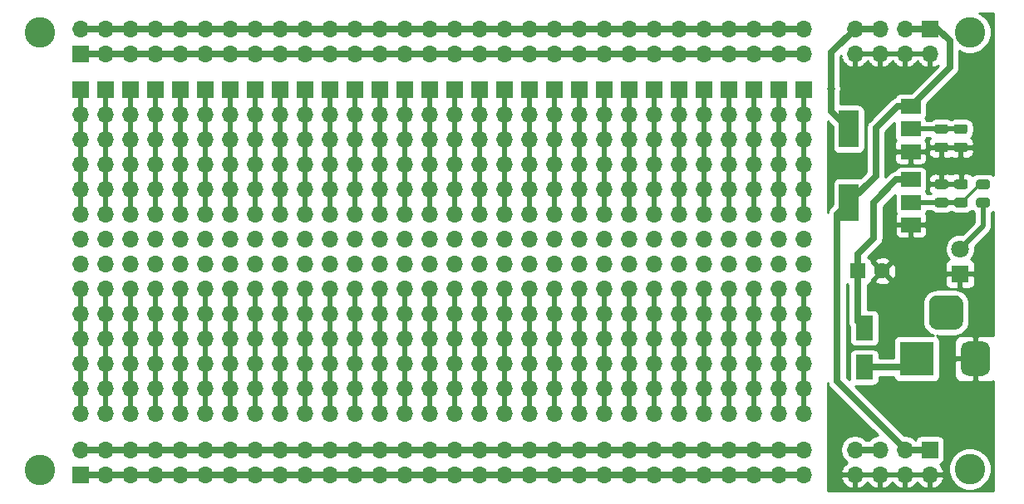
<source format=gbr>
G04 #@! TF.GenerationSoftware,KiCad,Pcbnew,(5.1.6)-1*
G04 #@! TF.CreationDate,2020-06-02T23:24:11+04:00*
G04 #@! TF.ProjectId,Berfboard 2.0-psupply,42657266-626f-4617-9264-20322e302d70,rev?*
G04 #@! TF.SameCoordinates,Original*
G04 #@! TF.FileFunction,Copper,L1,Top*
G04 #@! TF.FilePolarity,Positive*
%FSLAX46Y46*%
G04 Gerber Fmt 4.6, Leading zero omitted, Abs format (unit mm)*
G04 Created by KiCad (PCBNEW (5.1.6)-1) date 2020-06-02 23:24:11*
%MOMM*%
%LPD*%
G01*
G04 APERTURE LIST*
G04 #@! TA.AperFunction,ComponentPad*
%ADD10O,1.700000X1.700000*%
G04 #@! TD*
G04 #@! TA.AperFunction,ComponentPad*
%ADD11R,1.700000X1.700000*%
G04 #@! TD*
G04 #@! TA.AperFunction,ComponentPad*
%ADD12C,1.600000*%
G04 #@! TD*
G04 #@! TA.AperFunction,ComponentPad*
%ADD13R,1.600000X1.600000*%
G04 #@! TD*
G04 #@! TA.AperFunction,SMDPad,CuDef*
%ADD14R,1.800000X2.500000*%
G04 #@! TD*
G04 #@! TA.AperFunction,ComponentPad*
%ADD15C,1.800000*%
G04 #@! TD*
G04 #@! TA.AperFunction,ComponentPad*
%ADD16R,1.800000X1.800000*%
G04 #@! TD*
G04 #@! TA.AperFunction,SMDPad,CuDef*
%ADD17R,2.000000X1.500000*%
G04 #@! TD*
G04 #@! TA.AperFunction,SMDPad,CuDef*
%ADD18R,2.000000X3.800000*%
G04 #@! TD*
G04 #@! TA.AperFunction,ComponentPad*
%ADD19R,3.500000X3.500000*%
G04 #@! TD*
G04 #@! TA.AperFunction,ViaPad*
%ADD20C,3.100000*%
G04 #@! TD*
G04 #@! TA.AperFunction,ViaPad*
%ADD21C,0.800000*%
G04 #@! TD*
G04 #@! TA.AperFunction,Conductor*
%ADD22C,0.500000*%
G04 #@! TD*
G04 #@! TA.AperFunction,Conductor*
%ADD23C,0.700000*%
G04 #@! TD*
G04 #@! TA.AperFunction,Conductor*
%ADD24C,0.250000*%
G04 #@! TD*
G04 #@! TA.AperFunction,Conductor*
%ADD25C,0.254000*%
G04 #@! TD*
G04 APERTURE END LIST*
D10*
X179692300Y-44996100D03*
X179692300Y-42456100D03*
X182232300Y-44996100D03*
X182232300Y-42456100D03*
X184772300Y-44996100D03*
X184772300Y-42456100D03*
X187312300Y-44996100D03*
D11*
X187312300Y-42456100D03*
D10*
X179692300Y-87934800D03*
X179692300Y-85394800D03*
X182232300Y-87934800D03*
X182232300Y-85394800D03*
X184772300Y-87934800D03*
X184772300Y-85394800D03*
X187312300Y-87934800D03*
D11*
X187312300Y-85394800D03*
D10*
X174498000Y-85407500D03*
X174498000Y-87947500D03*
X171958000Y-85407500D03*
X171958000Y-87947500D03*
X169418000Y-85407500D03*
X169418000Y-87947500D03*
X166878000Y-85407500D03*
X166878000Y-87947500D03*
X164338000Y-85407500D03*
X164338000Y-87947500D03*
X161798000Y-85407500D03*
X161798000Y-87947500D03*
X159258000Y-85407500D03*
X159258000Y-87947500D03*
X156718000Y-85407500D03*
X156718000Y-87947500D03*
X154178000Y-85407500D03*
X154178000Y-87947500D03*
X151638000Y-85407500D03*
X151638000Y-87947500D03*
X149098000Y-85407500D03*
X149098000Y-87947500D03*
X146558000Y-85407500D03*
X146558000Y-87947500D03*
X144018000Y-85407500D03*
X144018000Y-87947500D03*
X141478000Y-85407500D03*
X141478000Y-87947500D03*
X138938000Y-85407500D03*
X138938000Y-87947500D03*
X136398000Y-85407500D03*
X136398000Y-87947500D03*
X133858000Y-85407500D03*
X133858000Y-87947500D03*
X131318000Y-85407500D03*
X131318000Y-87947500D03*
X128778000Y-85407500D03*
X128778000Y-87947500D03*
X126238000Y-85407500D03*
X126238000Y-87947500D03*
X123698000Y-85407500D03*
X123698000Y-87947500D03*
X121158000Y-85407500D03*
X121158000Y-87947500D03*
X118618000Y-85407500D03*
X118618000Y-87947500D03*
X116078000Y-85407500D03*
X116078000Y-87947500D03*
X113538000Y-85407500D03*
X113538000Y-87947500D03*
X110998000Y-85407500D03*
X110998000Y-87947500D03*
X108458000Y-85407500D03*
X108458000Y-87947500D03*
X105918000Y-85407500D03*
X105918000Y-87947500D03*
X103378000Y-85407500D03*
X103378000Y-87947500D03*
X100838000Y-85407500D03*
D11*
X100838000Y-87947500D03*
D10*
X174498000Y-42481500D03*
X174498000Y-45021500D03*
X171958000Y-42481500D03*
X171958000Y-45021500D03*
X169418000Y-42481500D03*
X169418000Y-45021500D03*
X166878000Y-42481500D03*
X166878000Y-45021500D03*
X164338000Y-42481500D03*
X164338000Y-45021500D03*
X161798000Y-42481500D03*
X161798000Y-45021500D03*
X159258000Y-42481500D03*
X159258000Y-45021500D03*
X156718000Y-42481500D03*
X156718000Y-45021500D03*
X154178000Y-42481500D03*
X154178000Y-45021500D03*
X151638000Y-42481500D03*
X151638000Y-45021500D03*
X149098000Y-42481500D03*
X149098000Y-45021500D03*
X146558000Y-42481500D03*
X146558000Y-45021500D03*
X144018000Y-42481500D03*
X144018000Y-45021500D03*
X141478000Y-42481500D03*
X141478000Y-45021500D03*
X138938000Y-42481500D03*
X138938000Y-45021500D03*
X136398000Y-42481500D03*
X136398000Y-45021500D03*
X133858000Y-42481500D03*
X133858000Y-45021500D03*
X131318000Y-42481500D03*
X131318000Y-45021500D03*
X128778000Y-42481500D03*
X128778000Y-45021500D03*
X126238000Y-42481500D03*
X126238000Y-45021500D03*
X123698000Y-42481500D03*
X123698000Y-45021500D03*
X121158000Y-42481500D03*
X121158000Y-45021500D03*
X118618000Y-42481500D03*
X118618000Y-45021500D03*
X116078000Y-42481500D03*
X116078000Y-45021500D03*
X113538000Y-42481500D03*
X113538000Y-45021500D03*
X110998000Y-42481500D03*
X110998000Y-45021500D03*
X108458000Y-42481500D03*
X108458000Y-45021500D03*
X105918000Y-42481500D03*
X105918000Y-45021500D03*
X103378000Y-42481500D03*
X103378000Y-45021500D03*
X100838000Y-42481500D03*
D11*
X100838000Y-45021500D03*
D12*
X182484400Y-67157600D03*
D13*
X179984400Y-67157600D03*
D14*
X180644800Y-72980800D03*
X180644800Y-76980800D03*
G04 #@! TA.AperFunction,SMDPad,CuDef*
G36*
G01*
X192291650Y-57835500D02*
X193204150Y-57835500D01*
G75*
G02*
X193447900Y-58079250I0J-243750D01*
G01*
X193447900Y-58566750D01*
G75*
G02*
X193204150Y-58810500I-243750J0D01*
G01*
X192291650Y-58810500D01*
G75*
G02*
X192047900Y-58566750I0J243750D01*
G01*
X192047900Y-58079250D01*
G75*
G02*
X192291650Y-57835500I243750J0D01*
G01*
G37*
G04 #@! TD.AperFunction*
G04 #@! TA.AperFunction,SMDPad,CuDef*
G36*
G01*
X192291650Y-59710500D02*
X193204150Y-59710500D01*
G75*
G02*
X193447900Y-59954250I0J-243750D01*
G01*
X193447900Y-60441750D01*
G75*
G02*
X193204150Y-60685500I-243750J0D01*
G01*
X192291650Y-60685500D01*
G75*
G02*
X192047900Y-60441750I0J243750D01*
G01*
X192047900Y-59954250D01*
G75*
G02*
X192291650Y-59710500I243750J0D01*
G01*
G37*
G04 #@! TD.AperFunction*
D15*
X190398400Y-64922400D03*
D16*
X190398400Y-67462400D03*
G04 #@! TA.AperFunction,SMDPad,CuDef*
G36*
G01*
X190010730Y-52194400D02*
X190923230Y-52194400D01*
G75*
G02*
X191166980Y-52438150I0J-243750D01*
G01*
X191166980Y-52925650D01*
G75*
G02*
X190923230Y-53169400I-243750J0D01*
G01*
X190010730Y-53169400D01*
G75*
G02*
X189766980Y-52925650I0J243750D01*
G01*
X189766980Y-52438150D01*
G75*
G02*
X190010730Y-52194400I243750J0D01*
G01*
G37*
G04 #@! TD.AperFunction*
G04 #@! TA.AperFunction,SMDPad,CuDef*
G36*
G01*
X190010730Y-54069400D02*
X190923230Y-54069400D01*
G75*
G02*
X191166980Y-54313150I0J-243750D01*
G01*
X191166980Y-54800650D01*
G75*
G02*
X190923230Y-55044400I-243750J0D01*
G01*
X190010730Y-55044400D01*
G75*
G02*
X189766980Y-54800650I0J243750D01*
G01*
X189766980Y-54313150D01*
G75*
G02*
X190010730Y-54069400I243750J0D01*
G01*
G37*
G04 #@! TD.AperFunction*
G04 #@! TA.AperFunction,SMDPad,CuDef*
G36*
G01*
X188969970Y-60672800D02*
X188057470Y-60672800D01*
G75*
G02*
X187813720Y-60429050I0J243750D01*
G01*
X187813720Y-59941550D01*
G75*
G02*
X188057470Y-59697800I243750J0D01*
G01*
X188969970Y-59697800D01*
G75*
G02*
X189213720Y-59941550I0J-243750D01*
G01*
X189213720Y-60429050D01*
G75*
G02*
X188969970Y-60672800I-243750J0D01*
G01*
G37*
G04 #@! TD.AperFunction*
G04 #@! TA.AperFunction,SMDPad,CuDef*
G36*
G01*
X188969970Y-58797800D02*
X188057470Y-58797800D01*
G75*
G02*
X187813720Y-58554050I0J243750D01*
G01*
X187813720Y-58066550D01*
G75*
G02*
X188057470Y-57822800I243750J0D01*
G01*
X188969970Y-57822800D01*
G75*
G02*
X189213720Y-58066550I0J-243750D01*
G01*
X189213720Y-58554050D01*
G75*
G02*
X188969970Y-58797800I-243750J0D01*
G01*
G37*
G04 #@! TD.AperFunction*
G04 #@! TA.AperFunction,SMDPad,CuDef*
G36*
G01*
X188037150Y-52194400D02*
X188949650Y-52194400D01*
G75*
G02*
X189193400Y-52438150I0J-243750D01*
G01*
X189193400Y-52925650D01*
G75*
G02*
X188949650Y-53169400I-243750J0D01*
G01*
X188037150Y-53169400D01*
G75*
G02*
X187793400Y-52925650I0J243750D01*
G01*
X187793400Y-52438150D01*
G75*
G02*
X188037150Y-52194400I243750J0D01*
G01*
G37*
G04 #@! TD.AperFunction*
G04 #@! TA.AperFunction,SMDPad,CuDef*
G36*
G01*
X188037150Y-54069400D02*
X188949650Y-54069400D01*
G75*
G02*
X189193400Y-54313150I0J-243750D01*
G01*
X189193400Y-54800650D01*
G75*
G02*
X188949650Y-55044400I-243750J0D01*
G01*
X188037150Y-55044400D01*
G75*
G02*
X187793400Y-54800650I0J243750D01*
G01*
X187793400Y-54313150D01*
G75*
G02*
X188037150Y-54069400I243750J0D01*
G01*
G37*
G04 #@! TD.AperFunction*
G04 #@! TA.AperFunction,SMDPad,CuDef*
G36*
G01*
X190956250Y-58795500D02*
X190043750Y-58795500D01*
G75*
G02*
X189800000Y-58551750I0J243750D01*
G01*
X189800000Y-58064250D01*
G75*
G02*
X190043750Y-57820500I243750J0D01*
G01*
X190956250Y-57820500D01*
G75*
G02*
X191200000Y-58064250I0J-243750D01*
G01*
X191200000Y-58551750D01*
G75*
G02*
X190956250Y-58795500I-243750J0D01*
G01*
G37*
G04 #@! TD.AperFunction*
G04 #@! TA.AperFunction,SMDPad,CuDef*
G36*
G01*
X190956250Y-60670500D02*
X190043750Y-60670500D01*
G75*
G02*
X189800000Y-60426750I0J243750D01*
G01*
X189800000Y-59939250D01*
G75*
G02*
X190043750Y-59695500I243750J0D01*
G01*
X190956250Y-59695500D01*
G75*
G02*
X191200000Y-59939250I0J-243750D01*
G01*
X191200000Y-60426750D01*
G75*
G02*
X190956250Y-60670500I-243750J0D01*
G01*
G37*
G04 #@! TD.AperFunction*
D17*
X185369600Y-54992300D03*
X185369600Y-50392300D03*
X185369600Y-52692300D03*
D18*
X179069600Y-52692300D03*
D17*
X185397540Y-62457360D03*
X185397540Y-57857360D03*
X185397540Y-60157360D03*
D18*
X179097540Y-60157360D03*
G04 #@! TA.AperFunction,ComponentPad*
G36*
G01*
X190728800Y-70523400D02*
X190728800Y-72273400D01*
G75*
G02*
X189853800Y-73148400I-875000J0D01*
G01*
X188103800Y-73148400D01*
G75*
G02*
X187228800Y-72273400I0J875000D01*
G01*
X187228800Y-70523400D01*
G75*
G02*
X188103800Y-69648400I875000J0D01*
G01*
X189853800Y-69648400D01*
G75*
G02*
X190728800Y-70523400I0J-875000D01*
G01*
G37*
G04 #@! TD.AperFunction*
G04 #@! TA.AperFunction,ComponentPad*
G36*
G01*
X193478800Y-75098400D02*
X193478800Y-77098400D01*
G75*
G02*
X192728800Y-77848400I-750000J0D01*
G01*
X191228800Y-77848400D01*
G75*
G02*
X190478800Y-77098400I0J750000D01*
G01*
X190478800Y-75098400D01*
G75*
G02*
X191228800Y-74348400I750000J0D01*
G01*
X192728800Y-74348400D01*
G75*
G02*
X193478800Y-75098400I0J-750000D01*
G01*
G37*
G04 #@! TD.AperFunction*
D19*
X185978800Y-76098400D03*
D11*
X174498000Y-48704500D03*
D10*
X174498000Y-51244500D03*
X174498000Y-53784500D03*
X174498000Y-56324500D03*
X174498000Y-58864500D03*
X174498000Y-61404500D03*
X174498000Y-63944500D03*
X174498000Y-66484500D03*
X174498000Y-69024500D03*
X174498000Y-71564500D03*
X174498000Y-74104500D03*
X174498000Y-76644500D03*
X174498000Y-79184500D03*
X174498000Y-81724500D03*
D11*
X171958000Y-48704500D03*
D10*
X171958000Y-51244500D03*
X171958000Y-53784500D03*
X171958000Y-56324500D03*
X171958000Y-58864500D03*
X171958000Y-61404500D03*
X171958000Y-63944500D03*
X171958000Y-66484500D03*
X171958000Y-69024500D03*
X171958000Y-71564500D03*
X171958000Y-74104500D03*
X171958000Y-76644500D03*
X171958000Y-79184500D03*
X171958000Y-81724500D03*
D11*
X169418000Y-48704500D03*
D10*
X169418000Y-51244500D03*
X169418000Y-53784500D03*
X169418000Y-56324500D03*
X169418000Y-58864500D03*
X169418000Y-61404500D03*
X169418000Y-63944500D03*
X169418000Y-66484500D03*
X169418000Y-69024500D03*
X169418000Y-71564500D03*
X169418000Y-74104500D03*
X169418000Y-76644500D03*
X169418000Y-79184500D03*
X169418000Y-81724500D03*
D11*
X166878000Y-48704500D03*
D10*
X166878000Y-51244500D03*
X166878000Y-53784500D03*
X166878000Y-56324500D03*
X166878000Y-58864500D03*
X166878000Y-61404500D03*
X166878000Y-63944500D03*
X166878000Y-66484500D03*
X166878000Y-69024500D03*
X166878000Y-71564500D03*
X166878000Y-74104500D03*
X166878000Y-76644500D03*
X166878000Y-79184500D03*
X166878000Y-81724500D03*
D11*
X164338000Y-48704500D03*
D10*
X164338000Y-51244500D03*
X164338000Y-53784500D03*
X164338000Y-56324500D03*
X164338000Y-58864500D03*
X164338000Y-61404500D03*
X164338000Y-63944500D03*
X164338000Y-66484500D03*
X164338000Y-69024500D03*
X164338000Y-71564500D03*
X164338000Y-74104500D03*
X164338000Y-76644500D03*
X164338000Y-79184500D03*
X164338000Y-81724500D03*
D11*
X161798000Y-48704500D03*
D10*
X161798000Y-51244500D03*
X161798000Y-53784500D03*
X161798000Y-56324500D03*
X161798000Y-58864500D03*
X161798000Y-61404500D03*
X161798000Y-63944500D03*
X161798000Y-66484500D03*
X161798000Y-69024500D03*
X161798000Y-71564500D03*
X161798000Y-74104500D03*
X161798000Y-76644500D03*
X161798000Y-79184500D03*
X161798000Y-81724500D03*
D11*
X159258000Y-48704500D03*
D10*
X159258000Y-51244500D03*
X159258000Y-53784500D03*
X159258000Y-56324500D03*
X159258000Y-58864500D03*
X159258000Y-61404500D03*
X159258000Y-63944500D03*
X159258000Y-66484500D03*
X159258000Y-69024500D03*
X159258000Y-71564500D03*
X159258000Y-74104500D03*
X159258000Y-76644500D03*
X159258000Y-79184500D03*
X159258000Y-81724500D03*
D11*
X156718000Y-48704500D03*
D10*
X156718000Y-51244500D03*
X156718000Y-53784500D03*
X156718000Y-56324500D03*
X156718000Y-58864500D03*
X156718000Y-61404500D03*
X156718000Y-63944500D03*
X156718000Y-66484500D03*
X156718000Y-69024500D03*
X156718000Y-71564500D03*
X156718000Y-74104500D03*
X156718000Y-76644500D03*
X156718000Y-79184500D03*
X156718000Y-81724500D03*
D11*
X154178000Y-48704500D03*
D10*
X154178000Y-51244500D03*
X154178000Y-53784500D03*
X154178000Y-56324500D03*
X154178000Y-58864500D03*
X154178000Y-61404500D03*
X154178000Y-63944500D03*
X154178000Y-66484500D03*
X154178000Y-69024500D03*
X154178000Y-71564500D03*
X154178000Y-74104500D03*
X154178000Y-76644500D03*
X154178000Y-79184500D03*
X154178000Y-81724500D03*
D11*
X151638000Y-48704500D03*
D10*
X151638000Y-51244500D03*
X151638000Y-53784500D03*
X151638000Y-56324500D03*
X151638000Y-58864500D03*
X151638000Y-61404500D03*
X151638000Y-63944500D03*
X151638000Y-66484500D03*
X151638000Y-69024500D03*
X151638000Y-71564500D03*
X151638000Y-74104500D03*
X151638000Y-76644500D03*
X151638000Y-79184500D03*
X151638000Y-81724500D03*
D11*
X149098000Y-48704500D03*
D10*
X149098000Y-51244500D03*
X149098000Y-53784500D03*
X149098000Y-56324500D03*
X149098000Y-58864500D03*
X149098000Y-61404500D03*
X149098000Y-63944500D03*
X149098000Y-66484500D03*
X149098000Y-69024500D03*
X149098000Y-71564500D03*
X149098000Y-74104500D03*
X149098000Y-76644500D03*
X149098000Y-79184500D03*
X149098000Y-81724500D03*
D11*
X146558000Y-48704500D03*
D10*
X146558000Y-51244500D03*
X146558000Y-53784500D03*
X146558000Y-56324500D03*
X146558000Y-58864500D03*
X146558000Y-61404500D03*
X146558000Y-63944500D03*
X146558000Y-66484500D03*
X146558000Y-69024500D03*
X146558000Y-71564500D03*
X146558000Y-74104500D03*
X146558000Y-76644500D03*
X146558000Y-79184500D03*
X146558000Y-81724500D03*
D11*
X144018000Y-48704500D03*
D10*
X144018000Y-51244500D03*
X144018000Y-53784500D03*
X144018000Y-56324500D03*
X144018000Y-58864500D03*
X144018000Y-61404500D03*
X144018000Y-63944500D03*
X144018000Y-66484500D03*
X144018000Y-69024500D03*
X144018000Y-71564500D03*
X144018000Y-74104500D03*
X144018000Y-76644500D03*
X144018000Y-79184500D03*
X144018000Y-81724500D03*
D11*
X141478000Y-48704500D03*
D10*
X141478000Y-51244500D03*
X141478000Y-53784500D03*
X141478000Y-56324500D03*
X141478000Y-58864500D03*
X141478000Y-61404500D03*
X141478000Y-63944500D03*
X141478000Y-66484500D03*
X141478000Y-69024500D03*
X141478000Y-71564500D03*
X141478000Y-74104500D03*
X141478000Y-76644500D03*
X141478000Y-79184500D03*
X141478000Y-81724500D03*
D11*
X138938000Y-48704500D03*
D10*
X138938000Y-51244500D03*
X138938000Y-53784500D03*
X138938000Y-56324500D03*
X138938000Y-58864500D03*
X138938000Y-61404500D03*
X138938000Y-63944500D03*
X138938000Y-66484500D03*
X138938000Y-69024500D03*
X138938000Y-71564500D03*
X138938000Y-74104500D03*
X138938000Y-76644500D03*
X138938000Y-79184500D03*
X138938000Y-81724500D03*
D11*
X136398000Y-48704500D03*
D10*
X136398000Y-51244500D03*
X136398000Y-53784500D03*
X136398000Y-56324500D03*
X136398000Y-58864500D03*
X136398000Y-61404500D03*
X136398000Y-63944500D03*
X136398000Y-66484500D03*
X136398000Y-69024500D03*
X136398000Y-71564500D03*
X136398000Y-74104500D03*
X136398000Y-76644500D03*
X136398000Y-79184500D03*
X136398000Y-81724500D03*
D11*
X133858000Y-48704500D03*
D10*
X133858000Y-51244500D03*
X133858000Y-53784500D03*
X133858000Y-56324500D03*
X133858000Y-58864500D03*
X133858000Y-61404500D03*
X133858000Y-63944500D03*
X133858000Y-66484500D03*
X133858000Y-69024500D03*
X133858000Y-71564500D03*
X133858000Y-74104500D03*
X133858000Y-76644500D03*
X133858000Y-79184500D03*
X133858000Y-81724500D03*
D11*
X131318000Y-48704500D03*
D10*
X131318000Y-51244500D03*
X131318000Y-53784500D03*
X131318000Y-56324500D03*
X131318000Y-58864500D03*
X131318000Y-61404500D03*
X131318000Y-63944500D03*
X131318000Y-66484500D03*
X131318000Y-69024500D03*
X131318000Y-71564500D03*
X131318000Y-74104500D03*
X131318000Y-76644500D03*
X131318000Y-79184500D03*
X131318000Y-81724500D03*
D11*
X128778000Y-48704500D03*
D10*
X128778000Y-51244500D03*
X128778000Y-53784500D03*
X128778000Y-56324500D03*
X128778000Y-58864500D03*
X128778000Y-61404500D03*
X128778000Y-63944500D03*
X128778000Y-66484500D03*
X128778000Y-69024500D03*
X128778000Y-71564500D03*
X128778000Y-74104500D03*
X128778000Y-76644500D03*
X128778000Y-79184500D03*
X128778000Y-81724500D03*
D11*
X126238000Y-48704500D03*
D10*
X126238000Y-51244500D03*
X126238000Y-53784500D03*
X126238000Y-56324500D03*
X126238000Y-58864500D03*
X126238000Y-61404500D03*
X126238000Y-63944500D03*
X126238000Y-66484500D03*
X126238000Y-69024500D03*
X126238000Y-71564500D03*
X126238000Y-74104500D03*
X126238000Y-76644500D03*
X126238000Y-79184500D03*
X126238000Y-81724500D03*
D11*
X123698000Y-48704500D03*
D10*
X123698000Y-51244500D03*
X123698000Y-53784500D03*
X123698000Y-56324500D03*
X123698000Y-58864500D03*
X123698000Y-61404500D03*
X123698000Y-63944500D03*
X123698000Y-66484500D03*
X123698000Y-69024500D03*
X123698000Y-71564500D03*
X123698000Y-74104500D03*
X123698000Y-76644500D03*
X123698000Y-79184500D03*
X123698000Y-81724500D03*
D11*
X121158000Y-48704500D03*
D10*
X121158000Y-51244500D03*
X121158000Y-53784500D03*
X121158000Y-56324500D03*
X121158000Y-58864500D03*
X121158000Y-61404500D03*
X121158000Y-63944500D03*
X121158000Y-66484500D03*
X121158000Y-69024500D03*
X121158000Y-71564500D03*
X121158000Y-74104500D03*
X121158000Y-76644500D03*
X121158000Y-79184500D03*
X121158000Y-81724500D03*
D11*
X118618000Y-48704500D03*
D10*
X118618000Y-51244500D03*
X118618000Y-53784500D03*
X118618000Y-56324500D03*
X118618000Y-58864500D03*
X118618000Y-61404500D03*
X118618000Y-63944500D03*
X118618000Y-66484500D03*
X118618000Y-69024500D03*
X118618000Y-71564500D03*
X118618000Y-74104500D03*
X118618000Y-76644500D03*
X118618000Y-79184500D03*
X118618000Y-81724500D03*
D11*
X116078000Y-48704500D03*
D10*
X116078000Y-51244500D03*
X116078000Y-53784500D03*
X116078000Y-56324500D03*
X116078000Y-58864500D03*
X116078000Y-61404500D03*
X116078000Y-63944500D03*
X116078000Y-66484500D03*
X116078000Y-69024500D03*
X116078000Y-71564500D03*
X116078000Y-74104500D03*
X116078000Y-76644500D03*
X116078000Y-79184500D03*
X116078000Y-81724500D03*
D11*
X113538000Y-48704500D03*
D10*
X113538000Y-51244500D03*
X113538000Y-53784500D03*
X113538000Y-56324500D03*
X113538000Y-58864500D03*
X113538000Y-61404500D03*
X113538000Y-63944500D03*
X113538000Y-66484500D03*
X113538000Y-69024500D03*
X113538000Y-71564500D03*
X113538000Y-74104500D03*
X113538000Y-76644500D03*
X113538000Y-79184500D03*
X113538000Y-81724500D03*
D11*
X110998000Y-48704500D03*
D10*
X110998000Y-51244500D03*
X110998000Y-53784500D03*
X110998000Y-56324500D03*
X110998000Y-58864500D03*
X110998000Y-61404500D03*
X110998000Y-63944500D03*
X110998000Y-66484500D03*
X110998000Y-69024500D03*
X110998000Y-71564500D03*
X110998000Y-74104500D03*
X110998000Y-76644500D03*
X110998000Y-79184500D03*
X110998000Y-81724500D03*
D11*
X108458000Y-48704500D03*
D10*
X108458000Y-51244500D03*
X108458000Y-53784500D03*
X108458000Y-56324500D03*
X108458000Y-58864500D03*
X108458000Y-61404500D03*
X108458000Y-63944500D03*
X108458000Y-66484500D03*
X108458000Y-69024500D03*
X108458000Y-71564500D03*
X108458000Y-74104500D03*
X108458000Y-76644500D03*
X108458000Y-79184500D03*
X108458000Y-81724500D03*
D11*
X105918000Y-48704500D03*
D10*
X105918000Y-51244500D03*
X105918000Y-53784500D03*
X105918000Y-56324500D03*
X105918000Y-58864500D03*
X105918000Y-61404500D03*
X105918000Y-63944500D03*
X105918000Y-66484500D03*
X105918000Y-69024500D03*
X105918000Y-71564500D03*
X105918000Y-74104500D03*
X105918000Y-76644500D03*
X105918000Y-79184500D03*
X105918000Y-81724500D03*
X103378000Y-81724500D03*
X103378000Y-79184500D03*
X103378000Y-76644500D03*
X103378000Y-74104500D03*
X103378000Y-71564500D03*
X103378000Y-69024500D03*
X103378000Y-66484500D03*
X103378000Y-63944500D03*
X103378000Y-61404500D03*
X103378000Y-58864500D03*
X103378000Y-56324500D03*
X103378000Y-53784500D03*
X103378000Y-51244500D03*
D11*
X103378000Y-48704500D03*
D10*
X100838000Y-81724500D03*
X100838000Y-79184500D03*
X100838000Y-76644500D03*
X100838000Y-74104500D03*
X100838000Y-71564500D03*
X100838000Y-69024500D03*
X100838000Y-66484500D03*
X100838000Y-63944500D03*
X100838000Y-61404500D03*
X100838000Y-58864500D03*
X100838000Y-56324500D03*
X100838000Y-53784500D03*
X100838000Y-51244500D03*
D11*
X100838000Y-48704500D03*
D20*
X96647000Y-42799000D03*
X96659700Y-87414100D03*
X191401700Y-42811700D03*
X191401700Y-87363300D03*
D21*
X183261000Y-54737000D03*
X177253900Y-48577500D03*
D22*
X126238000Y-69024500D02*
X126238000Y-81724500D01*
X133858000Y-76644500D02*
X133858000Y-81724500D01*
X133858000Y-69024500D02*
X133858000Y-76644500D01*
X131318000Y-48704500D02*
X131318000Y-61404500D01*
X141478000Y-48704500D02*
X141478000Y-61404500D01*
X164338000Y-53784500D02*
X164338000Y-61404500D01*
X164338000Y-48704500D02*
X164338000Y-53784500D01*
X103378000Y-48704500D02*
X103378000Y-61404500D01*
X105918000Y-48704500D02*
X105918000Y-61404500D01*
X108458000Y-48704500D02*
X108458000Y-61404500D01*
X110998000Y-48704500D02*
X110998000Y-61404500D01*
X113538000Y-48704500D02*
X113538000Y-61404500D01*
X116078000Y-48704500D02*
X116078000Y-61404500D01*
X118618000Y-48704500D02*
X118618000Y-61404500D01*
X121158000Y-48704500D02*
X121158000Y-61404500D01*
X123698000Y-48704500D02*
X123698000Y-61404500D01*
X126238000Y-48704500D02*
X126238000Y-61404500D01*
X128778000Y-48704500D02*
X128778000Y-61404500D01*
X131318000Y-48704500D02*
X131318000Y-61404500D01*
X133858000Y-48704500D02*
X133858000Y-61404500D01*
X136398000Y-48704500D02*
X136398000Y-61404500D01*
X138938000Y-48704500D02*
X138938000Y-61404500D01*
X141478000Y-48704500D02*
X141478000Y-61404500D01*
X144018000Y-48704500D02*
X144018000Y-61404500D01*
X146558000Y-48704500D02*
X146558000Y-61404500D01*
X149098000Y-48704500D02*
X149098000Y-61404500D01*
X151638000Y-48704500D02*
X151638000Y-61404500D01*
X154178000Y-48704500D02*
X154178000Y-61404500D01*
X156718000Y-48704500D02*
X156718000Y-61404500D01*
X159258000Y-48704500D02*
X159258000Y-61404500D01*
X161798000Y-48704500D02*
X161798000Y-61404500D01*
X164338000Y-48704500D02*
X164338000Y-61404500D01*
X166878000Y-48704500D02*
X166878000Y-61404500D01*
X169418000Y-48704500D02*
X169418000Y-61404500D01*
X171958000Y-48704500D02*
X171958000Y-61404500D01*
X174498000Y-48704500D02*
X174498000Y-61404500D01*
X103378000Y-69024500D02*
X103378000Y-81724500D01*
X105918000Y-69024500D02*
X105918000Y-81724500D01*
X108458000Y-69024500D02*
X108458000Y-81724500D01*
X110998000Y-69024500D02*
X110998000Y-81724500D01*
X113538000Y-69024500D02*
X113538000Y-81724500D01*
X116078000Y-69024500D02*
X116078000Y-81724500D01*
X118618000Y-69024500D02*
X118618000Y-81724500D01*
X121158000Y-69024500D02*
X121158000Y-81724500D01*
X123698000Y-69024500D02*
X123698000Y-81724500D01*
X126238000Y-69024500D02*
X126238000Y-81724500D01*
X128778000Y-69024500D02*
X128778000Y-81724500D01*
X131318000Y-69024500D02*
X131318000Y-81724500D01*
X133858000Y-69024500D02*
X133858000Y-81724500D01*
X136398000Y-69024500D02*
X136398000Y-81724500D01*
X138938000Y-69024500D02*
X138938000Y-81724500D01*
X141478000Y-69024500D02*
X141478000Y-81724500D01*
X144018000Y-69024500D02*
X144018000Y-81724500D01*
X146558000Y-69024500D02*
X146558000Y-81724500D01*
X149098000Y-69024500D02*
X149098000Y-81724500D01*
X151638000Y-69024500D02*
X151638000Y-81724500D01*
X154178000Y-69024500D02*
X154178000Y-81724500D01*
X156718000Y-69024500D02*
X156718000Y-81724500D01*
X159258000Y-69024500D02*
X159258000Y-81724500D01*
X161798000Y-69024500D02*
X161798000Y-81724500D01*
X164338000Y-69024500D02*
X164338000Y-81724500D01*
X166878000Y-69024500D02*
X166878000Y-81724500D01*
X169418000Y-69024500D02*
X169418000Y-81724500D01*
X171958000Y-69024500D02*
X171958000Y-81724500D01*
X174498000Y-69024500D02*
X174498000Y-81724500D01*
D23*
X100838000Y-42481500D02*
X174498000Y-42481500D01*
X100838000Y-45021500D02*
X174498000Y-45021500D01*
X100838000Y-85407500D02*
X174498000Y-85407500D01*
X174498000Y-87947500D02*
X100838000Y-87947500D01*
D22*
X100838000Y-61404500D02*
X100838000Y-48704500D01*
X100838000Y-69024500D02*
X100838000Y-81724500D01*
D23*
X179984400Y-72320400D02*
X180644800Y-72980800D01*
X179984400Y-67157600D02*
X179984400Y-72320400D01*
X181597300Y-63804800D02*
X179984400Y-65417700D01*
X179984400Y-65417700D02*
X179984400Y-67157600D01*
X185397540Y-57857360D02*
X183912540Y-57857360D01*
X181597300Y-60172600D02*
X181597300Y-63804800D01*
X183912540Y-57857360D02*
X181597300Y-60172600D01*
X181813200Y-57441700D02*
X179097540Y-60157360D01*
X181813200Y-52590700D02*
X181813200Y-57441700D01*
X185369600Y-50392300D02*
X184011600Y-50392300D01*
X184011600Y-50392300D02*
X181813200Y-52590700D01*
D24*
X192360000Y-58323000D02*
X192747900Y-58323000D01*
X190500000Y-60183000D02*
X192360000Y-58323000D01*
D23*
X184772300Y-42456100D02*
X187312300Y-42456100D01*
X184772300Y-85394800D02*
X187312300Y-85394800D01*
D22*
X185423180Y-60183000D02*
X185397540Y-60157360D01*
X190500000Y-60183000D02*
X185423180Y-60183000D01*
D23*
X188137800Y-42456100D02*
X187312300Y-42456100D01*
X189357000Y-43675300D02*
X188137800Y-42456100D01*
X185369600Y-50392300D02*
X189357000Y-46404900D01*
X189357000Y-46404900D02*
X189357000Y-43675300D01*
X184772300Y-85305900D02*
X184772300Y-85394800D01*
X179097540Y-60157360D02*
X177888900Y-61366000D01*
X177888900Y-78422500D02*
X184772300Y-85305900D01*
X177888900Y-61366000D02*
X177888900Y-78422500D01*
D22*
X190456580Y-52692300D02*
X190466980Y-52681900D01*
X185369600Y-52692300D02*
X190456580Y-52692300D01*
D23*
X179692300Y-42456100D02*
X182232300Y-42456100D01*
X179692300Y-85394800D02*
X182232300Y-85394800D01*
X177253900Y-50876600D02*
X179069600Y-52692300D01*
X179692300Y-42456100D02*
X177253900Y-44894500D01*
X177253900Y-44894500D02*
X177253900Y-48577500D01*
X177253900Y-48577500D02*
X177253900Y-50876600D01*
X185096400Y-76980800D02*
X185978800Y-76098400D01*
X180644800Y-76980800D02*
X185096400Y-76980800D01*
D22*
X192747900Y-62572900D02*
X190398400Y-64922400D01*
X192747900Y-60198000D02*
X192747900Y-62572900D01*
D25*
G36*
X183759468Y-59407360D02*
G01*
X183759468Y-60907360D01*
X183771728Y-61031842D01*
X183808038Y-61151540D01*
X183867003Y-61261854D01*
X183904349Y-61307360D01*
X183867003Y-61352866D01*
X183808038Y-61463180D01*
X183771728Y-61582878D01*
X183759468Y-61707360D01*
X183762540Y-62171610D01*
X183921290Y-62330360D01*
X185270540Y-62330360D01*
X185270540Y-62310360D01*
X185524540Y-62310360D01*
X185524540Y-62330360D01*
X186873790Y-62330360D01*
X187032540Y-62171610D01*
X187035612Y-61707360D01*
X187023352Y-61582878D01*
X186987042Y-61463180D01*
X186928077Y-61352866D01*
X186890731Y-61307360D01*
X186928077Y-61261854D01*
X186987042Y-61151540D01*
X187012384Y-61068000D01*
X187452703Y-61068000D01*
X187567556Y-61162258D01*
X187720011Y-61243747D01*
X187885435Y-61293928D01*
X188057470Y-61310872D01*
X188969970Y-61310872D01*
X189142005Y-61293928D01*
X189307429Y-61243747D01*
X189459884Y-61162258D01*
X189508261Y-61122556D01*
X189553836Y-61159958D01*
X189706291Y-61241447D01*
X189871715Y-61291628D01*
X190043750Y-61308572D01*
X190956250Y-61308572D01*
X191128285Y-61291628D01*
X191293709Y-61241447D01*
X191446164Y-61159958D01*
X191579792Y-61050292D01*
X191617795Y-61003985D01*
X191668108Y-61065292D01*
X191801736Y-61174958D01*
X191862900Y-61207651D01*
X191862901Y-62206320D01*
X190659882Y-63409340D01*
X190549584Y-63387400D01*
X190247216Y-63387400D01*
X189950657Y-63446389D01*
X189671305Y-63562101D01*
X189419895Y-63730088D01*
X189206088Y-63943895D01*
X189038101Y-64195305D01*
X188922389Y-64474657D01*
X188863400Y-64771216D01*
X188863400Y-65073584D01*
X188922389Y-65370143D01*
X189038101Y-65649495D01*
X189206088Y-65900905D01*
X189272527Y-65967344D01*
X189254220Y-65972898D01*
X189143906Y-66031863D01*
X189047215Y-66111215D01*
X188967863Y-66207906D01*
X188908898Y-66318220D01*
X188872588Y-66437918D01*
X188860328Y-66562400D01*
X188863400Y-67176650D01*
X189022150Y-67335400D01*
X190271400Y-67335400D01*
X190271400Y-67315400D01*
X190525400Y-67315400D01*
X190525400Y-67335400D01*
X191774650Y-67335400D01*
X191933400Y-67176650D01*
X191936472Y-66562400D01*
X191924212Y-66437918D01*
X191887902Y-66318220D01*
X191828937Y-66207906D01*
X191749585Y-66111215D01*
X191652894Y-66031863D01*
X191542580Y-65972898D01*
X191524273Y-65967344D01*
X191590712Y-65900905D01*
X191758699Y-65649495D01*
X191874411Y-65370143D01*
X191933400Y-65073584D01*
X191933400Y-64771216D01*
X191911460Y-64660918D01*
X193342949Y-63229430D01*
X193376717Y-63201717D01*
X193487311Y-63066959D01*
X193569489Y-62913213D01*
X193620095Y-62746390D01*
X193632900Y-62616377D01*
X193632900Y-62616369D01*
X193637181Y-62572900D01*
X193632900Y-62529431D01*
X193632900Y-61207651D01*
X193694064Y-61174958D01*
X193751600Y-61127739D01*
X193751601Y-73774196D01*
X193722980Y-73758898D01*
X193603282Y-73722588D01*
X193478800Y-73710328D01*
X192264550Y-73713400D01*
X192105800Y-73872150D01*
X192105800Y-75971400D01*
X192125800Y-75971400D01*
X192125800Y-76225400D01*
X192105800Y-76225400D01*
X192105800Y-78324650D01*
X192264550Y-78483400D01*
X193478800Y-78486472D01*
X193603282Y-78474212D01*
X193722980Y-78437902D01*
X193751601Y-78422604D01*
X193751601Y-89573500D01*
X176911000Y-89573500D01*
X176911000Y-88291691D01*
X178250819Y-88291691D01*
X178348143Y-88566052D01*
X178497122Y-88816155D01*
X178692031Y-89032388D01*
X178925380Y-89206441D01*
X179188201Y-89331625D01*
X179335410Y-89376276D01*
X179565300Y-89254955D01*
X179565300Y-88061800D01*
X179819300Y-88061800D01*
X179819300Y-89254955D01*
X180049190Y-89376276D01*
X180196399Y-89331625D01*
X180459220Y-89206441D01*
X180692569Y-89032388D01*
X180887478Y-88816155D01*
X180962300Y-88690545D01*
X181037122Y-88816155D01*
X181232031Y-89032388D01*
X181465380Y-89206441D01*
X181728201Y-89331625D01*
X181875410Y-89376276D01*
X182105300Y-89254955D01*
X182105300Y-88061800D01*
X182359300Y-88061800D01*
X182359300Y-89254955D01*
X182589190Y-89376276D01*
X182736399Y-89331625D01*
X182999220Y-89206441D01*
X183232569Y-89032388D01*
X183427478Y-88816155D01*
X183502300Y-88690545D01*
X183577122Y-88816155D01*
X183772031Y-89032388D01*
X184005380Y-89206441D01*
X184268201Y-89331625D01*
X184415410Y-89376276D01*
X184645300Y-89254955D01*
X184645300Y-88061800D01*
X184899300Y-88061800D01*
X184899300Y-89254955D01*
X185129190Y-89376276D01*
X185276399Y-89331625D01*
X185539220Y-89206441D01*
X185772569Y-89032388D01*
X185967478Y-88816155D01*
X186042300Y-88690545D01*
X186117122Y-88816155D01*
X186312031Y-89032388D01*
X186545380Y-89206441D01*
X186808201Y-89331625D01*
X186955410Y-89376276D01*
X187185300Y-89254955D01*
X187185300Y-88061800D01*
X187439300Y-88061800D01*
X187439300Y-89254955D01*
X187669190Y-89376276D01*
X187816399Y-89331625D01*
X188079220Y-89206441D01*
X188312569Y-89032388D01*
X188507478Y-88816155D01*
X188656457Y-88566052D01*
X188753781Y-88291691D01*
X188633114Y-88061800D01*
X187439300Y-88061800D01*
X187185300Y-88061800D01*
X184899300Y-88061800D01*
X184645300Y-88061800D01*
X182359300Y-88061800D01*
X182105300Y-88061800D01*
X179819300Y-88061800D01*
X179565300Y-88061800D01*
X178371486Y-88061800D01*
X178250819Y-88291691D01*
X176911000Y-88291691D01*
X176911000Y-78542967D01*
X176918153Y-78615593D01*
X176974476Y-78801266D01*
X177010613Y-78868872D01*
X177065941Y-78972384D01*
X177189031Y-79122370D01*
X177226611Y-79153211D01*
X182000262Y-83926862D01*
X181799142Y-83966868D01*
X181528889Y-84078810D01*
X181285668Y-84241325D01*
X181117193Y-84409800D01*
X180807407Y-84409800D01*
X180638932Y-84241325D01*
X180395711Y-84078810D01*
X180125458Y-83966868D01*
X179838560Y-83909800D01*
X179546040Y-83909800D01*
X179259142Y-83966868D01*
X178988889Y-84078810D01*
X178745668Y-84241325D01*
X178538825Y-84448168D01*
X178376310Y-84691389D01*
X178264368Y-84961642D01*
X178207300Y-85248540D01*
X178207300Y-85541060D01*
X178264368Y-85827958D01*
X178376310Y-86098211D01*
X178538825Y-86341432D01*
X178745668Y-86548275D01*
X178921706Y-86665900D01*
X178692031Y-86837212D01*
X178497122Y-87053445D01*
X178348143Y-87303548D01*
X178250819Y-87577909D01*
X178371486Y-87807800D01*
X179565300Y-87807800D01*
X179565300Y-87787800D01*
X179819300Y-87787800D01*
X179819300Y-87807800D01*
X182105300Y-87807800D01*
X182105300Y-87787800D01*
X182359300Y-87787800D01*
X182359300Y-87807800D01*
X184645300Y-87807800D01*
X184645300Y-87787800D01*
X184899300Y-87787800D01*
X184899300Y-87807800D01*
X187185300Y-87807800D01*
X187185300Y-87787800D01*
X187439300Y-87787800D01*
X187439300Y-87807800D01*
X188633114Y-87807800D01*
X188753781Y-87577909D01*
X188656457Y-87303548D01*
X188563859Y-87148096D01*
X189216700Y-87148096D01*
X189216700Y-87578504D01*
X189300669Y-88000641D01*
X189465378Y-88398285D01*
X189704500Y-88756156D01*
X190008844Y-89060500D01*
X190366715Y-89299622D01*
X190764359Y-89464331D01*
X191186496Y-89548300D01*
X191616904Y-89548300D01*
X192039041Y-89464331D01*
X192436685Y-89299622D01*
X192794556Y-89060500D01*
X193098900Y-88756156D01*
X193338022Y-88398285D01*
X193502731Y-88000641D01*
X193586700Y-87578504D01*
X193586700Y-87148096D01*
X193502731Y-86725959D01*
X193338022Y-86328315D01*
X193098900Y-85970444D01*
X192794556Y-85666100D01*
X192436685Y-85426978D01*
X192039041Y-85262269D01*
X191616904Y-85178300D01*
X191186496Y-85178300D01*
X190764359Y-85262269D01*
X190366715Y-85426978D01*
X190008844Y-85666100D01*
X189704500Y-85970444D01*
X189465378Y-86328315D01*
X189300669Y-86725959D01*
X189216700Y-87148096D01*
X188563859Y-87148096D01*
X188507478Y-87053445D01*
X188330674Y-86857298D01*
X188406480Y-86834302D01*
X188516794Y-86775337D01*
X188613485Y-86695985D01*
X188692837Y-86599294D01*
X188751802Y-86488980D01*
X188788112Y-86369282D01*
X188800372Y-86244800D01*
X188800372Y-84544800D01*
X188788112Y-84420318D01*
X188751802Y-84300620D01*
X188692837Y-84190306D01*
X188613485Y-84093615D01*
X188516794Y-84014263D01*
X188406480Y-83955298D01*
X188286782Y-83918988D01*
X188162300Y-83906728D01*
X186462300Y-83906728D01*
X186337818Y-83918988D01*
X186218120Y-83955298D01*
X186107806Y-84014263D01*
X186011115Y-84093615D01*
X185931763Y-84190306D01*
X185872798Y-84300620D01*
X185850787Y-84373180D01*
X185718932Y-84241325D01*
X185475711Y-84078810D01*
X185205458Y-83966868D01*
X184918560Y-83909800D01*
X184769201Y-83909800D01*
X179726467Y-78867066D01*
X179744800Y-78868872D01*
X181544800Y-78868872D01*
X181669282Y-78856612D01*
X181788980Y-78820302D01*
X181899294Y-78761337D01*
X181995985Y-78681985D01*
X182075337Y-78585294D01*
X182134302Y-78474980D01*
X182170612Y-78355282D01*
X182182872Y-78230800D01*
X182182872Y-77965800D01*
X183602291Y-77965800D01*
X183602988Y-77972882D01*
X183639298Y-78092580D01*
X183698263Y-78202894D01*
X183777615Y-78299585D01*
X183874306Y-78378937D01*
X183984620Y-78437902D01*
X184104318Y-78474212D01*
X184228800Y-78486472D01*
X187728800Y-78486472D01*
X187853282Y-78474212D01*
X187972980Y-78437902D01*
X188083294Y-78378937D01*
X188179985Y-78299585D01*
X188259337Y-78202894D01*
X188318302Y-78092580D01*
X188354612Y-77972882D01*
X188366872Y-77848400D01*
X189840728Y-77848400D01*
X189852988Y-77972882D01*
X189889298Y-78092580D01*
X189948263Y-78202894D01*
X190027615Y-78299585D01*
X190124306Y-78378937D01*
X190234620Y-78437902D01*
X190354318Y-78474212D01*
X190478800Y-78486472D01*
X191693050Y-78483400D01*
X191851800Y-78324650D01*
X191851800Y-76225400D01*
X190002550Y-76225400D01*
X189843800Y-76384150D01*
X189840728Y-77848400D01*
X188366872Y-77848400D01*
X188366872Y-74348400D01*
X189840728Y-74348400D01*
X189843800Y-75812650D01*
X190002550Y-75971400D01*
X191851800Y-75971400D01*
X191851800Y-73872150D01*
X191693050Y-73713400D01*
X190478800Y-73710328D01*
X190354318Y-73722588D01*
X190234620Y-73758898D01*
X190124306Y-73817863D01*
X190027615Y-73897215D01*
X189948263Y-73993906D01*
X189889298Y-74104220D01*
X189852988Y-74223918D01*
X189840728Y-74348400D01*
X188366872Y-74348400D01*
X188354612Y-74223918D01*
X188318302Y-74104220D01*
X188259337Y-73993906D01*
X188179985Y-73897215D01*
X188083294Y-73817863D01*
X188006669Y-73776906D01*
X188103800Y-73786472D01*
X189853800Y-73786472D01*
X190148986Y-73757399D01*
X190432828Y-73671296D01*
X190694418Y-73531473D01*
X190923703Y-73343303D01*
X191111873Y-73114018D01*
X191251696Y-72852428D01*
X191337799Y-72568586D01*
X191366872Y-72273400D01*
X191366872Y-70523400D01*
X191337799Y-70228214D01*
X191251696Y-69944372D01*
X191111873Y-69682782D01*
X190923703Y-69453497D01*
X190694418Y-69265327D01*
X190432828Y-69125504D01*
X190148986Y-69039401D01*
X189853800Y-69010328D01*
X188103800Y-69010328D01*
X187808614Y-69039401D01*
X187524772Y-69125504D01*
X187263182Y-69265327D01*
X187033897Y-69453497D01*
X186845727Y-69682782D01*
X186705904Y-69944372D01*
X186619801Y-70228214D01*
X186590728Y-70523400D01*
X186590728Y-72273400D01*
X186619801Y-72568586D01*
X186705904Y-72852428D01*
X186845727Y-73114018D01*
X187033897Y-73343303D01*
X187263182Y-73531473D01*
X187524772Y-73671296D01*
X187653443Y-73710328D01*
X184228800Y-73710328D01*
X184104318Y-73722588D01*
X183984620Y-73758898D01*
X183874306Y-73817863D01*
X183777615Y-73897215D01*
X183698263Y-73993906D01*
X183639298Y-74104220D01*
X183602988Y-74223918D01*
X183590728Y-74348400D01*
X183590728Y-75995800D01*
X182182872Y-75995800D01*
X182182872Y-75730800D01*
X182170612Y-75606318D01*
X182134302Y-75486620D01*
X182075337Y-75376306D01*
X181995985Y-75279615D01*
X181899294Y-75200263D01*
X181788980Y-75141298D01*
X181669282Y-75104988D01*
X181544800Y-75092728D01*
X179744800Y-75092728D01*
X179620318Y-75104988D01*
X179500620Y-75141298D01*
X179390306Y-75200263D01*
X179293615Y-75279615D01*
X179214263Y-75376306D01*
X179155298Y-75486620D01*
X179118988Y-75606318D01*
X179106728Y-75730800D01*
X179106728Y-78230800D01*
X179108534Y-78249134D01*
X178873900Y-78014500D01*
X178873900Y-68511653D01*
X178940220Y-68547102D01*
X178999400Y-68565054D01*
X178999401Y-72272010D01*
X178994635Y-72320400D01*
X179013653Y-72513493D01*
X179069976Y-72699166D01*
X179069977Y-72699167D01*
X179106728Y-72767923D01*
X179106728Y-74230800D01*
X179118988Y-74355282D01*
X179155298Y-74474980D01*
X179214263Y-74585294D01*
X179293615Y-74681985D01*
X179390306Y-74761337D01*
X179500620Y-74820302D01*
X179620318Y-74856612D01*
X179744800Y-74868872D01*
X181544800Y-74868872D01*
X181669282Y-74856612D01*
X181788980Y-74820302D01*
X181899294Y-74761337D01*
X181995985Y-74681985D01*
X182075337Y-74585294D01*
X182134302Y-74474980D01*
X182170612Y-74355282D01*
X182182872Y-74230800D01*
X182182872Y-71730800D01*
X182170612Y-71606318D01*
X182134302Y-71486620D01*
X182075337Y-71376306D01*
X181995985Y-71279615D01*
X181899294Y-71200263D01*
X181788980Y-71141298D01*
X181669282Y-71104988D01*
X181544800Y-71092728D01*
X180969400Y-71092728D01*
X180969400Y-68565054D01*
X181028580Y-68547102D01*
X181138894Y-68488137D01*
X181235585Y-68408785D01*
X181314937Y-68312094D01*
X181373902Y-68201780D01*
X181389517Y-68150302D01*
X181671303Y-68150302D01*
X181742886Y-68394271D01*
X181998396Y-68515171D01*
X182272584Y-68583900D01*
X182554912Y-68597817D01*
X182834530Y-68556387D01*
X183100692Y-68461203D01*
X183225914Y-68394271D01*
X183235265Y-68362400D01*
X188860328Y-68362400D01*
X188872588Y-68486882D01*
X188908898Y-68606580D01*
X188967863Y-68716894D01*
X189047215Y-68813585D01*
X189143906Y-68892937D01*
X189254220Y-68951902D01*
X189373918Y-68988212D01*
X189498400Y-69000472D01*
X190112650Y-68997400D01*
X190271400Y-68838650D01*
X190271400Y-67589400D01*
X190525400Y-67589400D01*
X190525400Y-68838650D01*
X190684150Y-68997400D01*
X191298400Y-69000472D01*
X191422882Y-68988212D01*
X191542580Y-68951902D01*
X191652894Y-68892937D01*
X191749585Y-68813585D01*
X191828937Y-68716894D01*
X191887902Y-68606580D01*
X191924212Y-68486882D01*
X191936472Y-68362400D01*
X191933400Y-67748150D01*
X191774650Y-67589400D01*
X190525400Y-67589400D01*
X190271400Y-67589400D01*
X189022150Y-67589400D01*
X188863400Y-67748150D01*
X188860328Y-68362400D01*
X183235265Y-68362400D01*
X183297497Y-68150302D01*
X182484400Y-67337205D01*
X181671303Y-68150302D01*
X181389517Y-68150302D01*
X181410212Y-68082082D01*
X181422472Y-67957600D01*
X181422472Y-67950385D01*
X181491698Y-67970697D01*
X182304795Y-67157600D01*
X182664005Y-67157600D01*
X183477102Y-67970697D01*
X183721071Y-67899114D01*
X183841971Y-67643604D01*
X183910700Y-67369416D01*
X183924617Y-67087088D01*
X183883187Y-66807470D01*
X183788003Y-66541308D01*
X183721071Y-66416086D01*
X183477102Y-66344503D01*
X182664005Y-67157600D01*
X182304795Y-67157600D01*
X181491698Y-66344503D01*
X181422472Y-66364815D01*
X181422472Y-66357600D01*
X181410212Y-66233118D01*
X181389518Y-66164898D01*
X181671303Y-66164898D01*
X182484400Y-66977995D01*
X183297497Y-66164898D01*
X183225914Y-65920929D01*
X182970404Y-65800029D01*
X182696216Y-65731300D01*
X182413888Y-65717383D01*
X182134270Y-65758813D01*
X181868108Y-65853997D01*
X181742886Y-65920929D01*
X181671303Y-66164898D01*
X181389518Y-66164898D01*
X181373902Y-66113420D01*
X181314937Y-66003106D01*
X181235585Y-65906415D01*
X181138894Y-65827063D01*
X181028580Y-65768098D01*
X181027369Y-65767731D01*
X182259584Y-64535516D01*
X182297170Y-64504670D01*
X182420260Y-64354684D01*
X182511724Y-64183567D01*
X182568047Y-63997894D01*
X182582300Y-63853180D01*
X182587065Y-63804801D01*
X182582300Y-63756421D01*
X182582300Y-63207360D01*
X183759468Y-63207360D01*
X183771728Y-63331842D01*
X183808038Y-63451540D01*
X183867003Y-63561854D01*
X183946355Y-63658545D01*
X184043046Y-63737897D01*
X184153360Y-63796862D01*
X184273058Y-63833172D01*
X184397540Y-63845432D01*
X185111790Y-63842360D01*
X185270540Y-63683610D01*
X185270540Y-62584360D01*
X185524540Y-62584360D01*
X185524540Y-63683610D01*
X185683290Y-63842360D01*
X186397540Y-63845432D01*
X186522022Y-63833172D01*
X186641720Y-63796862D01*
X186752034Y-63737897D01*
X186848725Y-63658545D01*
X186928077Y-63561854D01*
X186987042Y-63451540D01*
X187023352Y-63331842D01*
X187035612Y-63207360D01*
X187032540Y-62743110D01*
X186873790Y-62584360D01*
X185524540Y-62584360D01*
X185270540Y-62584360D01*
X183921290Y-62584360D01*
X183762540Y-62743110D01*
X183759468Y-63207360D01*
X182582300Y-63207360D01*
X182582300Y-60580600D01*
X183759897Y-59403004D01*
X183759468Y-59407360D01*
G37*
X183759468Y-59407360D02*
X183759468Y-60907360D01*
X183771728Y-61031842D01*
X183808038Y-61151540D01*
X183867003Y-61261854D01*
X183904349Y-61307360D01*
X183867003Y-61352866D01*
X183808038Y-61463180D01*
X183771728Y-61582878D01*
X183759468Y-61707360D01*
X183762540Y-62171610D01*
X183921290Y-62330360D01*
X185270540Y-62330360D01*
X185270540Y-62310360D01*
X185524540Y-62310360D01*
X185524540Y-62330360D01*
X186873790Y-62330360D01*
X187032540Y-62171610D01*
X187035612Y-61707360D01*
X187023352Y-61582878D01*
X186987042Y-61463180D01*
X186928077Y-61352866D01*
X186890731Y-61307360D01*
X186928077Y-61261854D01*
X186987042Y-61151540D01*
X187012384Y-61068000D01*
X187452703Y-61068000D01*
X187567556Y-61162258D01*
X187720011Y-61243747D01*
X187885435Y-61293928D01*
X188057470Y-61310872D01*
X188969970Y-61310872D01*
X189142005Y-61293928D01*
X189307429Y-61243747D01*
X189459884Y-61162258D01*
X189508261Y-61122556D01*
X189553836Y-61159958D01*
X189706291Y-61241447D01*
X189871715Y-61291628D01*
X190043750Y-61308572D01*
X190956250Y-61308572D01*
X191128285Y-61291628D01*
X191293709Y-61241447D01*
X191446164Y-61159958D01*
X191579792Y-61050292D01*
X191617795Y-61003985D01*
X191668108Y-61065292D01*
X191801736Y-61174958D01*
X191862900Y-61207651D01*
X191862901Y-62206320D01*
X190659882Y-63409340D01*
X190549584Y-63387400D01*
X190247216Y-63387400D01*
X189950657Y-63446389D01*
X189671305Y-63562101D01*
X189419895Y-63730088D01*
X189206088Y-63943895D01*
X189038101Y-64195305D01*
X188922389Y-64474657D01*
X188863400Y-64771216D01*
X188863400Y-65073584D01*
X188922389Y-65370143D01*
X189038101Y-65649495D01*
X189206088Y-65900905D01*
X189272527Y-65967344D01*
X189254220Y-65972898D01*
X189143906Y-66031863D01*
X189047215Y-66111215D01*
X188967863Y-66207906D01*
X188908898Y-66318220D01*
X188872588Y-66437918D01*
X188860328Y-66562400D01*
X188863400Y-67176650D01*
X189022150Y-67335400D01*
X190271400Y-67335400D01*
X190271400Y-67315400D01*
X190525400Y-67315400D01*
X190525400Y-67335400D01*
X191774650Y-67335400D01*
X191933400Y-67176650D01*
X191936472Y-66562400D01*
X191924212Y-66437918D01*
X191887902Y-66318220D01*
X191828937Y-66207906D01*
X191749585Y-66111215D01*
X191652894Y-66031863D01*
X191542580Y-65972898D01*
X191524273Y-65967344D01*
X191590712Y-65900905D01*
X191758699Y-65649495D01*
X191874411Y-65370143D01*
X191933400Y-65073584D01*
X191933400Y-64771216D01*
X191911460Y-64660918D01*
X193342949Y-63229430D01*
X193376717Y-63201717D01*
X193487311Y-63066959D01*
X193569489Y-62913213D01*
X193620095Y-62746390D01*
X193632900Y-62616377D01*
X193632900Y-62616369D01*
X193637181Y-62572900D01*
X193632900Y-62529431D01*
X193632900Y-61207651D01*
X193694064Y-61174958D01*
X193751600Y-61127739D01*
X193751601Y-73774196D01*
X193722980Y-73758898D01*
X193603282Y-73722588D01*
X193478800Y-73710328D01*
X192264550Y-73713400D01*
X192105800Y-73872150D01*
X192105800Y-75971400D01*
X192125800Y-75971400D01*
X192125800Y-76225400D01*
X192105800Y-76225400D01*
X192105800Y-78324650D01*
X192264550Y-78483400D01*
X193478800Y-78486472D01*
X193603282Y-78474212D01*
X193722980Y-78437902D01*
X193751601Y-78422604D01*
X193751601Y-89573500D01*
X176911000Y-89573500D01*
X176911000Y-88291691D01*
X178250819Y-88291691D01*
X178348143Y-88566052D01*
X178497122Y-88816155D01*
X178692031Y-89032388D01*
X178925380Y-89206441D01*
X179188201Y-89331625D01*
X179335410Y-89376276D01*
X179565300Y-89254955D01*
X179565300Y-88061800D01*
X179819300Y-88061800D01*
X179819300Y-89254955D01*
X180049190Y-89376276D01*
X180196399Y-89331625D01*
X180459220Y-89206441D01*
X180692569Y-89032388D01*
X180887478Y-88816155D01*
X180962300Y-88690545D01*
X181037122Y-88816155D01*
X181232031Y-89032388D01*
X181465380Y-89206441D01*
X181728201Y-89331625D01*
X181875410Y-89376276D01*
X182105300Y-89254955D01*
X182105300Y-88061800D01*
X182359300Y-88061800D01*
X182359300Y-89254955D01*
X182589190Y-89376276D01*
X182736399Y-89331625D01*
X182999220Y-89206441D01*
X183232569Y-89032388D01*
X183427478Y-88816155D01*
X183502300Y-88690545D01*
X183577122Y-88816155D01*
X183772031Y-89032388D01*
X184005380Y-89206441D01*
X184268201Y-89331625D01*
X184415410Y-89376276D01*
X184645300Y-89254955D01*
X184645300Y-88061800D01*
X184899300Y-88061800D01*
X184899300Y-89254955D01*
X185129190Y-89376276D01*
X185276399Y-89331625D01*
X185539220Y-89206441D01*
X185772569Y-89032388D01*
X185967478Y-88816155D01*
X186042300Y-88690545D01*
X186117122Y-88816155D01*
X186312031Y-89032388D01*
X186545380Y-89206441D01*
X186808201Y-89331625D01*
X186955410Y-89376276D01*
X187185300Y-89254955D01*
X187185300Y-88061800D01*
X187439300Y-88061800D01*
X187439300Y-89254955D01*
X187669190Y-89376276D01*
X187816399Y-89331625D01*
X188079220Y-89206441D01*
X188312569Y-89032388D01*
X188507478Y-88816155D01*
X188656457Y-88566052D01*
X188753781Y-88291691D01*
X188633114Y-88061800D01*
X187439300Y-88061800D01*
X187185300Y-88061800D01*
X184899300Y-88061800D01*
X184645300Y-88061800D01*
X182359300Y-88061800D01*
X182105300Y-88061800D01*
X179819300Y-88061800D01*
X179565300Y-88061800D01*
X178371486Y-88061800D01*
X178250819Y-88291691D01*
X176911000Y-88291691D01*
X176911000Y-78542967D01*
X176918153Y-78615593D01*
X176974476Y-78801266D01*
X177010613Y-78868872D01*
X177065941Y-78972384D01*
X177189031Y-79122370D01*
X177226611Y-79153211D01*
X182000262Y-83926862D01*
X181799142Y-83966868D01*
X181528889Y-84078810D01*
X181285668Y-84241325D01*
X181117193Y-84409800D01*
X180807407Y-84409800D01*
X180638932Y-84241325D01*
X180395711Y-84078810D01*
X180125458Y-83966868D01*
X179838560Y-83909800D01*
X179546040Y-83909800D01*
X179259142Y-83966868D01*
X178988889Y-84078810D01*
X178745668Y-84241325D01*
X178538825Y-84448168D01*
X178376310Y-84691389D01*
X178264368Y-84961642D01*
X178207300Y-85248540D01*
X178207300Y-85541060D01*
X178264368Y-85827958D01*
X178376310Y-86098211D01*
X178538825Y-86341432D01*
X178745668Y-86548275D01*
X178921706Y-86665900D01*
X178692031Y-86837212D01*
X178497122Y-87053445D01*
X178348143Y-87303548D01*
X178250819Y-87577909D01*
X178371486Y-87807800D01*
X179565300Y-87807800D01*
X179565300Y-87787800D01*
X179819300Y-87787800D01*
X179819300Y-87807800D01*
X182105300Y-87807800D01*
X182105300Y-87787800D01*
X182359300Y-87787800D01*
X182359300Y-87807800D01*
X184645300Y-87807800D01*
X184645300Y-87787800D01*
X184899300Y-87787800D01*
X184899300Y-87807800D01*
X187185300Y-87807800D01*
X187185300Y-87787800D01*
X187439300Y-87787800D01*
X187439300Y-87807800D01*
X188633114Y-87807800D01*
X188753781Y-87577909D01*
X188656457Y-87303548D01*
X188563859Y-87148096D01*
X189216700Y-87148096D01*
X189216700Y-87578504D01*
X189300669Y-88000641D01*
X189465378Y-88398285D01*
X189704500Y-88756156D01*
X190008844Y-89060500D01*
X190366715Y-89299622D01*
X190764359Y-89464331D01*
X191186496Y-89548300D01*
X191616904Y-89548300D01*
X192039041Y-89464331D01*
X192436685Y-89299622D01*
X192794556Y-89060500D01*
X193098900Y-88756156D01*
X193338022Y-88398285D01*
X193502731Y-88000641D01*
X193586700Y-87578504D01*
X193586700Y-87148096D01*
X193502731Y-86725959D01*
X193338022Y-86328315D01*
X193098900Y-85970444D01*
X192794556Y-85666100D01*
X192436685Y-85426978D01*
X192039041Y-85262269D01*
X191616904Y-85178300D01*
X191186496Y-85178300D01*
X190764359Y-85262269D01*
X190366715Y-85426978D01*
X190008844Y-85666100D01*
X189704500Y-85970444D01*
X189465378Y-86328315D01*
X189300669Y-86725959D01*
X189216700Y-87148096D01*
X188563859Y-87148096D01*
X188507478Y-87053445D01*
X188330674Y-86857298D01*
X188406480Y-86834302D01*
X188516794Y-86775337D01*
X188613485Y-86695985D01*
X188692837Y-86599294D01*
X188751802Y-86488980D01*
X188788112Y-86369282D01*
X188800372Y-86244800D01*
X188800372Y-84544800D01*
X188788112Y-84420318D01*
X188751802Y-84300620D01*
X188692837Y-84190306D01*
X188613485Y-84093615D01*
X188516794Y-84014263D01*
X188406480Y-83955298D01*
X188286782Y-83918988D01*
X188162300Y-83906728D01*
X186462300Y-83906728D01*
X186337818Y-83918988D01*
X186218120Y-83955298D01*
X186107806Y-84014263D01*
X186011115Y-84093615D01*
X185931763Y-84190306D01*
X185872798Y-84300620D01*
X185850787Y-84373180D01*
X185718932Y-84241325D01*
X185475711Y-84078810D01*
X185205458Y-83966868D01*
X184918560Y-83909800D01*
X184769201Y-83909800D01*
X179726467Y-78867066D01*
X179744800Y-78868872D01*
X181544800Y-78868872D01*
X181669282Y-78856612D01*
X181788980Y-78820302D01*
X181899294Y-78761337D01*
X181995985Y-78681985D01*
X182075337Y-78585294D01*
X182134302Y-78474980D01*
X182170612Y-78355282D01*
X182182872Y-78230800D01*
X182182872Y-77965800D01*
X183602291Y-77965800D01*
X183602988Y-77972882D01*
X183639298Y-78092580D01*
X183698263Y-78202894D01*
X183777615Y-78299585D01*
X183874306Y-78378937D01*
X183984620Y-78437902D01*
X184104318Y-78474212D01*
X184228800Y-78486472D01*
X187728800Y-78486472D01*
X187853282Y-78474212D01*
X187972980Y-78437902D01*
X188083294Y-78378937D01*
X188179985Y-78299585D01*
X188259337Y-78202894D01*
X188318302Y-78092580D01*
X188354612Y-77972882D01*
X188366872Y-77848400D01*
X189840728Y-77848400D01*
X189852988Y-77972882D01*
X189889298Y-78092580D01*
X189948263Y-78202894D01*
X190027615Y-78299585D01*
X190124306Y-78378937D01*
X190234620Y-78437902D01*
X190354318Y-78474212D01*
X190478800Y-78486472D01*
X191693050Y-78483400D01*
X191851800Y-78324650D01*
X191851800Y-76225400D01*
X190002550Y-76225400D01*
X189843800Y-76384150D01*
X189840728Y-77848400D01*
X188366872Y-77848400D01*
X188366872Y-74348400D01*
X189840728Y-74348400D01*
X189843800Y-75812650D01*
X190002550Y-75971400D01*
X191851800Y-75971400D01*
X191851800Y-73872150D01*
X191693050Y-73713400D01*
X190478800Y-73710328D01*
X190354318Y-73722588D01*
X190234620Y-73758898D01*
X190124306Y-73817863D01*
X190027615Y-73897215D01*
X189948263Y-73993906D01*
X189889298Y-74104220D01*
X189852988Y-74223918D01*
X189840728Y-74348400D01*
X188366872Y-74348400D01*
X188354612Y-74223918D01*
X188318302Y-74104220D01*
X188259337Y-73993906D01*
X188179985Y-73897215D01*
X188083294Y-73817863D01*
X188006669Y-73776906D01*
X188103800Y-73786472D01*
X189853800Y-73786472D01*
X190148986Y-73757399D01*
X190432828Y-73671296D01*
X190694418Y-73531473D01*
X190923703Y-73343303D01*
X191111873Y-73114018D01*
X191251696Y-72852428D01*
X191337799Y-72568586D01*
X191366872Y-72273400D01*
X191366872Y-70523400D01*
X191337799Y-70228214D01*
X191251696Y-69944372D01*
X191111873Y-69682782D01*
X190923703Y-69453497D01*
X190694418Y-69265327D01*
X190432828Y-69125504D01*
X190148986Y-69039401D01*
X189853800Y-69010328D01*
X188103800Y-69010328D01*
X187808614Y-69039401D01*
X187524772Y-69125504D01*
X187263182Y-69265327D01*
X187033897Y-69453497D01*
X186845727Y-69682782D01*
X186705904Y-69944372D01*
X186619801Y-70228214D01*
X186590728Y-70523400D01*
X186590728Y-72273400D01*
X186619801Y-72568586D01*
X186705904Y-72852428D01*
X186845727Y-73114018D01*
X187033897Y-73343303D01*
X187263182Y-73531473D01*
X187524772Y-73671296D01*
X187653443Y-73710328D01*
X184228800Y-73710328D01*
X184104318Y-73722588D01*
X183984620Y-73758898D01*
X183874306Y-73817863D01*
X183777615Y-73897215D01*
X183698263Y-73993906D01*
X183639298Y-74104220D01*
X183602988Y-74223918D01*
X183590728Y-74348400D01*
X183590728Y-75995800D01*
X182182872Y-75995800D01*
X182182872Y-75730800D01*
X182170612Y-75606318D01*
X182134302Y-75486620D01*
X182075337Y-75376306D01*
X181995985Y-75279615D01*
X181899294Y-75200263D01*
X181788980Y-75141298D01*
X181669282Y-75104988D01*
X181544800Y-75092728D01*
X179744800Y-75092728D01*
X179620318Y-75104988D01*
X179500620Y-75141298D01*
X179390306Y-75200263D01*
X179293615Y-75279615D01*
X179214263Y-75376306D01*
X179155298Y-75486620D01*
X179118988Y-75606318D01*
X179106728Y-75730800D01*
X179106728Y-78230800D01*
X179108534Y-78249134D01*
X178873900Y-78014500D01*
X178873900Y-68511653D01*
X178940220Y-68547102D01*
X178999400Y-68565054D01*
X178999401Y-72272010D01*
X178994635Y-72320400D01*
X179013653Y-72513493D01*
X179069976Y-72699166D01*
X179069977Y-72699167D01*
X179106728Y-72767923D01*
X179106728Y-74230800D01*
X179118988Y-74355282D01*
X179155298Y-74474980D01*
X179214263Y-74585294D01*
X179293615Y-74681985D01*
X179390306Y-74761337D01*
X179500620Y-74820302D01*
X179620318Y-74856612D01*
X179744800Y-74868872D01*
X181544800Y-74868872D01*
X181669282Y-74856612D01*
X181788980Y-74820302D01*
X181899294Y-74761337D01*
X181995985Y-74681985D01*
X182075337Y-74585294D01*
X182134302Y-74474980D01*
X182170612Y-74355282D01*
X182182872Y-74230800D01*
X182182872Y-71730800D01*
X182170612Y-71606318D01*
X182134302Y-71486620D01*
X182075337Y-71376306D01*
X181995985Y-71279615D01*
X181899294Y-71200263D01*
X181788980Y-71141298D01*
X181669282Y-71104988D01*
X181544800Y-71092728D01*
X180969400Y-71092728D01*
X180969400Y-68565054D01*
X181028580Y-68547102D01*
X181138894Y-68488137D01*
X181235585Y-68408785D01*
X181314937Y-68312094D01*
X181373902Y-68201780D01*
X181389517Y-68150302D01*
X181671303Y-68150302D01*
X181742886Y-68394271D01*
X181998396Y-68515171D01*
X182272584Y-68583900D01*
X182554912Y-68597817D01*
X182834530Y-68556387D01*
X183100692Y-68461203D01*
X183225914Y-68394271D01*
X183235265Y-68362400D01*
X188860328Y-68362400D01*
X188872588Y-68486882D01*
X188908898Y-68606580D01*
X188967863Y-68716894D01*
X189047215Y-68813585D01*
X189143906Y-68892937D01*
X189254220Y-68951902D01*
X189373918Y-68988212D01*
X189498400Y-69000472D01*
X190112650Y-68997400D01*
X190271400Y-68838650D01*
X190271400Y-67589400D01*
X190525400Y-67589400D01*
X190525400Y-68838650D01*
X190684150Y-68997400D01*
X191298400Y-69000472D01*
X191422882Y-68988212D01*
X191542580Y-68951902D01*
X191652894Y-68892937D01*
X191749585Y-68813585D01*
X191828937Y-68716894D01*
X191887902Y-68606580D01*
X191924212Y-68486882D01*
X191936472Y-68362400D01*
X191933400Y-67748150D01*
X191774650Y-67589400D01*
X190525400Y-67589400D01*
X190271400Y-67589400D01*
X189022150Y-67589400D01*
X188863400Y-67748150D01*
X188860328Y-68362400D01*
X183235265Y-68362400D01*
X183297497Y-68150302D01*
X182484400Y-67337205D01*
X181671303Y-68150302D01*
X181389517Y-68150302D01*
X181410212Y-68082082D01*
X181422472Y-67957600D01*
X181422472Y-67950385D01*
X181491698Y-67970697D01*
X182304795Y-67157600D01*
X182664005Y-67157600D01*
X183477102Y-67970697D01*
X183721071Y-67899114D01*
X183841971Y-67643604D01*
X183910700Y-67369416D01*
X183924617Y-67087088D01*
X183883187Y-66807470D01*
X183788003Y-66541308D01*
X183721071Y-66416086D01*
X183477102Y-66344503D01*
X182664005Y-67157600D01*
X182304795Y-67157600D01*
X181491698Y-66344503D01*
X181422472Y-66364815D01*
X181422472Y-66357600D01*
X181410212Y-66233118D01*
X181389518Y-66164898D01*
X181671303Y-66164898D01*
X182484400Y-66977995D01*
X183297497Y-66164898D01*
X183225914Y-65920929D01*
X182970404Y-65800029D01*
X182696216Y-65731300D01*
X182413888Y-65717383D01*
X182134270Y-65758813D01*
X181868108Y-65853997D01*
X181742886Y-65920929D01*
X181671303Y-66164898D01*
X181389518Y-66164898D01*
X181373902Y-66113420D01*
X181314937Y-66003106D01*
X181235585Y-65906415D01*
X181138894Y-65827063D01*
X181028580Y-65768098D01*
X181027369Y-65767731D01*
X182259584Y-64535516D01*
X182297170Y-64504670D01*
X182420260Y-64354684D01*
X182511724Y-64183567D01*
X182568047Y-63997894D01*
X182582300Y-63853180D01*
X182587065Y-63804801D01*
X182582300Y-63756421D01*
X182582300Y-63207360D01*
X183759468Y-63207360D01*
X183771728Y-63331842D01*
X183808038Y-63451540D01*
X183867003Y-63561854D01*
X183946355Y-63658545D01*
X184043046Y-63737897D01*
X184153360Y-63796862D01*
X184273058Y-63833172D01*
X184397540Y-63845432D01*
X185111790Y-63842360D01*
X185270540Y-63683610D01*
X185270540Y-62584360D01*
X185524540Y-62584360D01*
X185524540Y-63683610D01*
X185683290Y-63842360D01*
X186397540Y-63845432D01*
X186522022Y-63833172D01*
X186641720Y-63796862D01*
X186752034Y-63737897D01*
X186848725Y-63658545D01*
X186928077Y-63561854D01*
X186987042Y-63451540D01*
X187023352Y-63331842D01*
X187035612Y-63207360D01*
X187032540Y-62743110D01*
X186873790Y-62584360D01*
X185524540Y-62584360D01*
X185270540Y-62584360D01*
X183921290Y-62584360D01*
X183762540Y-62743110D01*
X183759468Y-63207360D01*
X182582300Y-63207360D01*
X182582300Y-60580600D01*
X183759897Y-59403004D01*
X183759468Y-59407360D01*
G36*
X179819300Y-44869100D02*
G01*
X182105300Y-44869100D01*
X182105300Y-44849100D01*
X182359300Y-44849100D01*
X182359300Y-44869100D01*
X184645300Y-44869100D01*
X184645300Y-44849100D01*
X184899300Y-44849100D01*
X184899300Y-44869100D01*
X187185300Y-44869100D01*
X187185300Y-44849100D01*
X187439300Y-44849100D01*
X187439300Y-44869100D01*
X187459300Y-44869100D01*
X187459300Y-45123100D01*
X187439300Y-45123100D01*
X187439300Y-46316255D01*
X187669190Y-46437576D01*
X187816399Y-46392925D01*
X188079220Y-46267741D01*
X188165557Y-46203343D01*
X185364672Y-49004228D01*
X184369600Y-49004228D01*
X184245118Y-49016488D01*
X184125420Y-49052798D01*
X184015106Y-49111763D01*
X183918415Y-49191115D01*
X183839063Y-49287806D01*
X183780098Y-49398120D01*
X183768377Y-49436759D01*
X183632833Y-49477876D01*
X183461716Y-49569340D01*
X183311730Y-49692430D01*
X183280884Y-49730016D01*
X181150916Y-51859984D01*
X181113330Y-51890830D01*
X180990240Y-52040816D01*
X180911654Y-52187841D01*
X180898776Y-52211934D01*
X180842453Y-52397607D01*
X180823435Y-52590700D01*
X180828200Y-52639080D01*
X180828201Y-57033699D01*
X180228413Y-57633487D01*
X180222022Y-57631548D01*
X180097540Y-57619288D01*
X178097540Y-57619288D01*
X177973058Y-57631548D01*
X177853360Y-57667858D01*
X177743046Y-57726823D01*
X177646355Y-57806175D01*
X177567003Y-57902866D01*
X177508038Y-58013180D01*
X177471728Y-58132878D01*
X177459468Y-58257360D01*
X177459468Y-60402432D01*
X177226616Y-60635284D01*
X177189030Y-60666130D01*
X177065940Y-60816116D01*
X177004179Y-60931664D01*
X176974476Y-60987234D01*
X176918153Y-61172907D01*
X176911000Y-61245533D01*
X176911000Y-51926700D01*
X177431528Y-52447228D01*
X177431528Y-54592300D01*
X177443788Y-54716782D01*
X177480098Y-54836480D01*
X177539063Y-54946794D01*
X177618415Y-55043485D01*
X177715106Y-55122837D01*
X177825420Y-55181802D01*
X177945118Y-55218112D01*
X178069600Y-55230372D01*
X180069600Y-55230372D01*
X180194082Y-55218112D01*
X180313780Y-55181802D01*
X180424094Y-55122837D01*
X180520785Y-55043485D01*
X180600137Y-54946794D01*
X180659102Y-54836480D01*
X180695412Y-54716782D01*
X180707672Y-54592300D01*
X180707672Y-50792300D01*
X180695412Y-50667818D01*
X180659102Y-50548120D01*
X180600137Y-50437806D01*
X180520785Y-50341115D01*
X180424094Y-50261763D01*
X180313780Y-50202798D01*
X180194082Y-50166488D01*
X180069600Y-50154228D01*
X178238900Y-50154228D01*
X178238900Y-48904086D01*
X178249126Y-48879398D01*
X178288900Y-48679439D01*
X178288900Y-48475561D01*
X178249126Y-48275602D01*
X178238900Y-48250914D01*
X178238900Y-45302500D01*
X178319767Y-45221633D01*
X178250819Y-45352991D01*
X178348143Y-45627352D01*
X178497122Y-45877455D01*
X178692031Y-46093688D01*
X178925380Y-46267741D01*
X179188201Y-46392925D01*
X179335410Y-46437576D01*
X179565300Y-46316255D01*
X179565300Y-45123100D01*
X179819300Y-45123100D01*
X179819300Y-46316255D01*
X180049190Y-46437576D01*
X180196399Y-46392925D01*
X180459220Y-46267741D01*
X180692569Y-46093688D01*
X180887478Y-45877455D01*
X180962300Y-45751845D01*
X181037122Y-45877455D01*
X181232031Y-46093688D01*
X181465380Y-46267741D01*
X181728201Y-46392925D01*
X181875410Y-46437576D01*
X182105300Y-46316255D01*
X182105300Y-45123100D01*
X182359300Y-45123100D01*
X182359300Y-46316255D01*
X182589190Y-46437576D01*
X182736399Y-46392925D01*
X182999220Y-46267741D01*
X183232569Y-46093688D01*
X183427478Y-45877455D01*
X183502300Y-45751845D01*
X183577122Y-45877455D01*
X183772031Y-46093688D01*
X184005380Y-46267741D01*
X184268201Y-46392925D01*
X184415410Y-46437576D01*
X184645300Y-46316255D01*
X184645300Y-45123100D01*
X184899300Y-45123100D01*
X184899300Y-46316255D01*
X185129190Y-46437576D01*
X185276399Y-46392925D01*
X185539220Y-46267741D01*
X185772569Y-46093688D01*
X185967478Y-45877455D01*
X186042300Y-45751845D01*
X186117122Y-45877455D01*
X186312031Y-46093688D01*
X186545380Y-46267741D01*
X186808201Y-46392925D01*
X186955410Y-46437576D01*
X187185300Y-46316255D01*
X187185300Y-45123100D01*
X184899300Y-45123100D01*
X184645300Y-45123100D01*
X182359300Y-45123100D01*
X182105300Y-45123100D01*
X179819300Y-45123100D01*
X179565300Y-45123100D01*
X179545300Y-45123100D01*
X179545300Y-44869100D01*
X179565300Y-44869100D01*
X179565300Y-44849100D01*
X179819300Y-44849100D01*
X179819300Y-44869100D01*
G37*
X179819300Y-44869100D02*
X182105300Y-44869100D01*
X182105300Y-44849100D01*
X182359300Y-44849100D01*
X182359300Y-44869100D01*
X184645300Y-44869100D01*
X184645300Y-44849100D01*
X184899300Y-44849100D01*
X184899300Y-44869100D01*
X187185300Y-44869100D01*
X187185300Y-44849100D01*
X187439300Y-44849100D01*
X187439300Y-44869100D01*
X187459300Y-44869100D01*
X187459300Y-45123100D01*
X187439300Y-45123100D01*
X187439300Y-46316255D01*
X187669190Y-46437576D01*
X187816399Y-46392925D01*
X188079220Y-46267741D01*
X188165557Y-46203343D01*
X185364672Y-49004228D01*
X184369600Y-49004228D01*
X184245118Y-49016488D01*
X184125420Y-49052798D01*
X184015106Y-49111763D01*
X183918415Y-49191115D01*
X183839063Y-49287806D01*
X183780098Y-49398120D01*
X183768377Y-49436759D01*
X183632833Y-49477876D01*
X183461716Y-49569340D01*
X183311730Y-49692430D01*
X183280884Y-49730016D01*
X181150916Y-51859984D01*
X181113330Y-51890830D01*
X180990240Y-52040816D01*
X180911654Y-52187841D01*
X180898776Y-52211934D01*
X180842453Y-52397607D01*
X180823435Y-52590700D01*
X180828200Y-52639080D01*
X180828201Y-57033699D01*
X180228413Y-57633487D01*
X180222022Y-57631548D01*
X180097540Y-57619288D01*
X178097540Y-57619288D01*
X177973058Y-57631548D01*
X177853360Y-57667858D01*
X177743046Y-57726823D01*
X177646355Y-57806175D01*
X177567003Y-57902866D01*
X177508038Y-58013180D01*
X177471728Y-58132878D01*
X177459468Y-58257360D01*
X177459468Y-60402432D01*
X177226616Y-60635284D01*
X177189030Y-60666130D01*
X177065940Y-60816116D01*
X177004179Y-60931664D01*
X176974476Y-60987234D01*
X176918153Y-61172907D01*
X176911000Y-61245533D01*
X176911000Y-51926700D01*
X177431528Y-52447228D01*
X177431528Y-54592300D01*
X177443788Y-54716782D01*
X177480098Y-54836480D01*
X177539063Y-54946794D01*
X177618415Y-55043485D01*
X177715106Y-55122837D01*
X177825420Y-55181802D01*
X177945118Y-55218112D01*
X178069600Y-55230372D01*
X180069600Y-55230372D01*
X180194082Y-55218112D01*
X180313780Y-55181802D01*
X180424094Y-55122837D01*
X180520785Y-55043485D01*
X180600137Y-54946794D01*
X180659102Y-54836480D01*
X180695412Y-54716782D01*
X180707672Y-54592300D01*
X180707672Y-50792300D01*
X180695412Y-50667818D01*
X180659102Y-50548120D01*
X180600137Y-50437806D01*
X180520785Y-50341115D01*
X180424094Y-50261763D01*
X180313780Y-50202798D01*
X180194082Y-50166488D01*
X180069600Y-50154228D01*
X178238900Y-50154228D01*
X178238900Y-48904086D01*
X178249126Y-48879398D01*
X178288900Y-48679439D01*
X178288900Y-48475561D01*
X178249126Y-48275602D01*
X178238900Y-48250914D01*
X178238900Y-45302500D01*
X178319767Y-45221633D01*
X178250819Y-45352991D01*
X178348143Y-45627352D01*
X178497122Y-45877455D01*
X178692031Y-46093688D01*
X178925380Y-46267741D01*
X179188201Y-46392925D01*
X179335410Y-46437576D01*
X179565300Y-46316255D01*
X179565300Y-45123100D01*
X179819300Y-45123100D01*
X179819300Y-46316255D01*
X180049190Y-46437576D01*
X180196399Y-46392925D01*
X180459220Y-46267741D01*
X180692569Y-46093688D01*
X180887478Y-45877455D01*
X180962300Y-45751845D01*
X181037122Y-45877455D01*
X181232031Y-46093688D01*
X181465380Y-46267741D01*
X181728201Y-46392925D01*
X181875410Y-46437576D01*
X182105300Y-46316255D01*
X182105300Y-45123100D01*
X182359300Y-45123100D01*
X182359300Y-46316255D01*
X182589190Y-46437576D01*
X182736399Y-46392925D01*
X182999220Y-46267741D01*
X183232569Y-46093688D01*
X183427478Y-45877455D01*
X183502300Y-45751845D01*
X183577122Y-45877455D01*
X183772031Y-46093688D01*
X184005380Y-46267741D01*
X184268201Y-46392925D01*
X184415410Y-46437576D01*
X184645300Y-46316255D01*
X184645300Y-45123100D01*
X184899300Y-45123100D01*
X184899300Y-46316255D01*
X185129190Y-46437576D01*
X185276399Y-46392925D01*
X185539220Y-46267741D01*
X185772569Y-46093688D01*
X185967478Y-45877455D01*
X186042300Y-45751845D01*
X186117122Y-45877455D01*
X186312031Y-46093688D01*
X186545380Y-46267741D01*
X186808201Y-46392925D01*
X186955410Y-46437576D01*
X187185300Y-46316255D01*
X187185300Y-45123100D01*
X184899300Y-45123100D01*
X184645300Y-45123100D01*
X182359300Y-45123100D01*
X182105300Y-45123100D01*
X179819300Y-45123100D01*
X179565300Y-45123100D01*
X179545300Y-45123100D01*
X179545300Y-44869100D01*
X179565300Y-44869100D01*
X179565300Y-44849100D01*
X179819300Y-44849100D01*
X179819300Y-44869100D01*
G36*
X193751600Y-57393261D02*
G01*
X193694064Y-57346042D01*
X193541609Y-57264553D01*
X193376185Y-57214372D01*
X193204150Y-57197428D01*
X192291650Y-57197428D01*
X192119615Y-57214372D01*
X191954191Y-57264553D01*
X191801736Y-57346042D01*
X191700362Y-57429238D01*
X191651185Y-57369315D01*
X191554494Y-57289963D01*
X191444180Y-57230998D01*
X191324482Y-57194688D01*
X191200000Y-57182428D01*
X190785750Y-57185500D01*
X190627000Y-57344250D01*
X190627000Y-58181000D01*
X190647000Y-58181000D01*
X190647000Y-58435000D01*
X190627000Y-58435000D01*
X190627000Y-58455000D01*
X190373000Y-58455000D01*
X190373000Y-58435000D01*
X189323750Y-58435000D01*
X189321450Y-58437300D01*
X188640720Y-58437300D01*
X188640720Y-58457300D01*
X188386720Y-58457300D01*
X188386720Y-58437300D01*
X187337470Y-58437300D01*
X187178720Y-58596050D01*
X187175648Y-58797800D01*
X187187908Y-58922282D01*
X187224218Y-59041980D01*
X187283183Y-59152294D01*
X187362535Y-59248985D01*
X187422260Y-59298000D01*
X187024841Y-59298000D01*
X187023352Y-59282878D01*
X186987042Y-59163180D01*
X186928077Y-59052866D01*
X186890731Y-59007360D01*
X186928077Y-58961854D01*
X186987042Y-58851540D01*
X187023352Y-58731842D01*
X187035612Y-58607360D01*
X187035612Y-57822800D01*
X187175648Y-57822800D01*
X187178720Y-58024550D01*
X187337470Y-58183300D01*
X188386720Y-58183300D01*
X188386720Y-57346550D01*
X188640720Y-57346550D01*
X188640720Y-58183300D01*
X189689970Y-58183300D01*
X189692270Y-58181000D01*
X190373000Y-58181000D01*
X190373000Y-57344250D01*
X190214250Y-57185500D01*
X189800000Y-57182428D01*
X189675518Y-57194688D01*
X189555820Y-57230998D01*
X189504709Y-57258318D01*
X189457900Y-57233298D01*
X189338202Y-57196988D01*
X189213720Y-57184728D01*
X188799470Y-57187800D01*
X188640720Y-57346550D01*
X188386720Y-57346550D01*
X188227970Y-57187800D01*
X187813720Y-57184728D01*
X187689238Y-57196988D01*
X187569540Y-57233298D01*
X187459226Y-57292263D01*
X187362535Y-57371615D01*
X187283183Y-57468306D01*
X187224218Y-57578620D01*
X187187908Y-57698318D01*
X187175648Y-57822800D01*
X187035612Y-57822800D01*
X187035612Y-57107360D01*
X187023352Y-56982878D01*
X186987042Y-56863180D01*
X186928077Y-56752866D01*
X186848725Y-56656175D01*
X186752034Y-56576823D01*
X186641720Y-56517858D01*
X186522022Y-56481548D01*
X186397540Y-56469288D01*
X184397540Y-56469288D01*
X184273058Y-56481548D01*
X184153360Y-56517858D01*
X184043046Y-56576823D01*
X183946355Y-56656175D01*
X183867003Y-56752866D01*
X183808038Y-56863180D01*
X183803439Y-56878340D01*
X183719446Y-56886613D01*
X183533773Y-56942936D01*
X183362656Y-57034400D01*
X183212670Y-57157490D01*
X183181829Y-57195070D01*
X182788518Y-57588381D01*
X182798200Y-57490080D01*
X182802965Y-57441701D01*
X182798200Y-57393321D01*
X182798200Y-55742300D01*
X183731528Y-55742300D01*
X183743788Y-55866782D01*
X183780098Y-55986480D01*
X183839063Y-56096794D01*
X183918415Y-56193485D01*
X184015106Y-56272837D01*
X184125420Y-56331802D01*
X184245118Y-56368112D01*
X184369600Y-56380372D01*
X185083850Y-56377300D01*
X185242600Y-56218550D01*
X185242600Y-55119300D01*
X185496600Y-55119300D01*
X185496600Y-56218550D01*
X185655350Y-56377300D01*
X186369600Y-56380372D01*
X186494082Y-56368112D01*
X186613780Y-56331802D01*
X186724094Y-56272837D01*
X186820785Y-56193485D01*
X186900137Y-56096794D01*
X186959102Y-55986480D01*
X186995412Y-55866782D01*
X187007672Y-55742300D01*
X187004600Y-55278050D01*
X186845850Y-55119300D01*
X185496600Y-55119300D01*
X185242600Y-55119300D01*
X183893350Y-55119300D01*
X183734600Y-55278050D01*
X183731528Y-55742300D01*
X182798200Y-55742300D01*
X182798200Y-55044400D01*
X187155328Y-55044400D01*
X187167588Y-55168882D01*
X187203898Y-55288580D01*
X187262863Y-55398894D01*
X187342215Y-55495585D01*
X187438906Y-55574937D01*
X187549220Y-55633902D01*
X187668918Y-55670212D01*
X187793400Y-55682472D01*
X188207650Y-55679400D01*
X188366400Y-55520650D01*
X188366400Y-54683900D01*
X188620400Y-54683900D01*
X188620400Y-55520650D01*
X188779150Y-55679400D01*
X189193400Y-55682472D01*
X189317882Y-55670212D01*
X189437580Y-55633902D01*
X189480190Y-55611126D01*
X189522800Y-55633902D01*
X189642498Y-55670212D01*
X189766980Y-55682472D01*
X190181230Y-55679400D01*
X190339980Y-55520650D01*
X190339980Y-54683900D01*
X190593980Y-54683900D01*
X190593980Y-55520650D01*
X190752730Y-55679400D01*
X191166980Y-55682472D01*
X191291462Y-55670212D01*
X191411160Y-55633902D01*
X191521474Y-55574937D01*
X191618165Y-55495585D01*
X191697517Y-55398894D01*
X191756482Y-55288580D01*
X191792792Y-55168882D01*
X191805052Y-55044400D01*
X191801980Y-54842650D01*
X191643230Y-54683900D01*
X190593980Y-54683900D01*
X190339980Y-54683900D01*
X188620400Y-54683900D01*
X188366400Y-54683900D01*
X187317150Y-54683900D01*
X187158400Y-54842650D01*
X187155328Y-55044400D01*
X182798200Y-55044400D01*
X182798200Y-52998700D01*
X183731528Y-52065372D01*
X183731528Y-53442300D01*
X183743788Y-53566782D01*
X183780098Y-53686480D01*
X183839063Y-53796794D01*
X183876409Y-53842300D01*
X183839063Y-53887806D01*
X183780098Y-53998120D01*
X183743788Y-54117818D01*
X183731528Y-54242300D01*
X183734600Y-54706550D01*
X183893350Y-54865300D01*
X185242600Y-54865300D01*
X185242600Y-54845300D01*
X185496600Y-54845300D01*
X185496600Y-54865300D01*
X186845850Y-54865300D01*
X187004600Y-54706550D01*
X187007672Y-54242300D01*
X186995412Y-54117818D01*
X186959102Y-53998120D01*
X186900137Y-53887806D01*
X186862791Y-53842300D01*
X186900137Y-53796794D01*
X186959102Y-53686480D01*
X186992221Y-53577300D01*
X187392070Y-53577300D01*
X187342215Y-53618215D01*
X187262863Y-53714906D01*
X187203898Y-53825220D01*
X187167588Y-53944918D01*
X187155328Y-54069400D01*
X187158400Y-54271150D01*
X187317150Y-54429900D01*
X188366400Y-54429900D01*
X188366400Y-54409900D01*
X188620400Y-54409900D01*
X188620400Y-54429900D01*
X190339980Y-54429900D01*
X190339980Y-54409900D01*
X190593980Y-54409900D01*
X190593980Y-54429900D01*
X191643230Y-54429900D01*
X191801980Y-54271150D01*
X191805052Y-54069400D01*
X191792792Y-53944918D01*
X191756482Y-53825220D01*
X191697517Y-53714906D01*
X191618165Y-53618215D01*
X191540416Y-53554408D01*
X191546772Y-53549192D01*
X191656438Y-53415564D01*
X191737927Y-53263109D01*
X191788108Y-53097685D01*
X191805052Y-52925650D01*
X191805052Y-52438150D01*
X191788108Y-52266115D01*
X191737927Y-52100691D01*
X191656438Y-51948236D01*
X191546772Y-51814608D01*
X191413144Y-51704942D01*
X191260689Y-51623453D01*
X191095265Y-51573272D01*
X190923230Y-51556328D01*
X190010730Y-51556328D01*
X189838695Y-51573272D01*
X189673271Y-51623453D01*
X189520816Y-51704942D01*
X189480190Y-51738283D01*
X189439564Y-51704942D01*
X189287109Y-51623453D01*
X189121685Y-51573272D01*
X188949650Y-51556328D01*
X188037150Y-51556328D01*
X187865115Y-51573272D01*
X187699691Y-51623453D01*
X187547236Y-51704942D01*
X187422513Y-51807300D01*
X186992221Y-51807300D01*
X186959102Y-51698120D01*
X186900137Y-51587806D01*
X186862791Y-51542300D01*
X186900137Y-51496794D01*
X186959102Y-51386480D01*
X186995412Y-51266782D01*
X187007672Y-51142300D01*
X187007672Y-50147228D01*
X190019284Y-47135616D01*
X190056870Y-47104770D01*
X190179960Y-46954784D01*
X190271424Y-46783667D01*
X190327747Y-46597994D01*
X190342000Y-46453280D01*
X190342000Y-46453279D01*
X190346765Y-46404901D01*
X190342000Y-46356521D01*
X190342000Y-44731508D01*
X190366715Y-44748022D01*
X190764359Y-44912731D01*
X191186496Y-44996700D01*
X191616904Y-44996700D01*
X192039041Y-44912731D01*
X192436685Y-44748022D01*
X192794556Y-44508900D01*
X193098900Y-44204556D01*
X193338022Y-43846685D01*
X193502731Y-43449041D01*
X193586700Y-43026904D01*
X193586700Y-42596496D01*
X193502731Y-42174359D01*
X193338022Y-41776715D01*
X193098900Y-41418844D01*
X192794556Y-41114500D01*
X192436685Y-40875378D01*
X192388695Y-40855500D01*
X193751600Y-40855500D01*
X193751600Y-57393261D01*
G37*
X193751600Y-57393261D02*
X193694064Y-57346042D01*
X193541609Y-57264553D01*
X193376185Y-57214372D01*
X193204150Y-57197428D01*
X192291650Y-57197428D01*
X192119615Y-57214372D01*
X191954191Y-57264553D01*
X191801736Y-57346042D01*
X191700362Y-57429238D01*
X191651185Y-57369315D01*
X191554494Y-57289963D01*
X191444180Y-57230998D01*
X191324482Y-57194688D01*
X191200000Y-57182428D01*
X190785750Y-57185500D01*
X190627000Y-57344250D01*
X190627000Y-58181000D01*
X190647000Y-58181000D01*
X190647000Y-58435000D01*
X190627000Y-58435000D01*
X190627000Y-58455000D01*
X190373000Y-58455000D01*
X190373000Y-58435000D01*
X189323750Y-58435000D01*
X189321450Y-58437300D01*
X188640720Y-58437300D01*
X188640720Y-58457300D01*
X188386720Y-58457300D01*
X188386720Y-58437300D01*
X187337470Y-58437300D01*
X187178720Y-58596050D01*
X187175648Y-58797800D01*
X187187908Y-58922282D01*
X187224218Y-59041980D01*
X187283183Y-59152294D01*
X187362535Y-59248985D01*
X187422260Y-59298000D01*
X187024841Y-59298000D01*
X187023352Y-59282878D01*
X186987042Y-59163180D01*
X186928077Y-59052866D01*
X186890731Y-59007360D01*
X186928077Y-58961854D01*
X186987042Y-58851540D01*
X187023352Y-58731842D01*
X187035612Y-58607360D01*
X187035612Y-57822800D01*
X187175648Y-57822800D01*
X187178720Y-58024550D01*
X187337470Y-58183300D01*
X188386720Y-58183300D01*
X188386720Y-57346550D01*
X188640720Y-57346550D01*
X188640720Y-58183300D01*
X189689970Y-58183300D01*
X189692270Y-58181000D01*
X190373000Y-58181000D01*
X190373000Y-57344250D01*
X190214250Y-57185500D01*
X189800000Y-57182428D01*
X189675518Y-57194688D01*
X189555820Y-57230998D01*
X189504709Y-57258318D01*
X189457900Y-57233298D01*
X189338202Y-57196988D01*
X189213720Y-57184728D01*
X188799470Y-57187800D01*
X188640720Y-57346550D01*
X188386720Y-57346550D01*
X188227970Y-57187800D01*
X187813720Y-57184728D01*
X187689238Y-57196988D01*
X187569540Y-57233298D01*
X187459226Y-57292263D01*
X187362535Y-57371615D01*
X187283183Y-57468306D01*
X187224218Y-57578620D01*
X187187908Y-57698318D01*
X187175648Y-57822800D01*
X187035612Y-57822800D01*
X187035612Y-57107360D01*
X187023352Y-56982878D01*
X186987042Y-56863180D01*
X186928077Y-56752866D01*
X186848725Y-56656175D01*
X186752034Y-56576823D01*
X186641720Y-56517858D01*
X186522022Y-56481548D01*
X186397540Y-56469288D01*
X184397540Y-56469288D01*
X184273058Y-56481548D01*
X184153360Y-56517858D01*
X184043046Y-56576823D01*
X183946355Y-56656175D01*
X183867003Y-56752866D01*
X183808038Y-56863180D01*
X183803439Y-56878340D01*
X183719446Y-56886613D01*
X183533773Y-56942936D01*
X183362656Y-57034400D01*
X183212670Y-57157490D01*
X183181829Y-57195070D01*
X182788518Y-57588381D01*
X182798200Y-57490080D01*
X182802965Y-57441701D01*
X182798200Y-57393321D01*
X182798200Y-55742300D01*
X183731528Y-55742300D01*
X183743788Y-55866782D01*
X183780098Y-55986480D01*
X183839063Y-56096794D01*
X183918415Y-56193485D01*
X184015106Y-56272837D01*
X184125420Y-56331802D01*
X184245118Y-56368112D01*
X184369600Y-56380372D01*
X185083850Y-56377300D01*
X185242600Y-56218550D01*
X185242600Y-55119300D01*
X185496600Y-55119300D01*
X185496600Y-56218550D01*
X185655350Y-56377300D01*
X186369600Y-56380372D01*
X186494082Y-56368112D01*
X186613780Y-56331802D01*
X186724094Y-56272837D01*
X186820785Y-56193485D01*
X186900137Y-56096794D01*
X186959102Y-55986480D01*
X186995412Y-55866782D01*
X187007672Y-55742300D01*
X187004600Y-55278050D01*
X186845850Y-55119300D01*
X185496600Y-55119300D01*
X185242600Y-55119300D01*
X183893350Y-55119300D01*
X183734600Y-55278050D01*
X183731528Y-55742300D01*
X182798200Y-55742300D01*
X182798200Y-55044400D01*
X187155328Y-55044400D01*
X187167588Y-55168882D01*
X187203898Y-55288580D01*
X187262863Y-55398894D01*
X187342215Y-55495585D01*
X187438906Y-55574937D01*
X187549220Y-55633902D01*
X187668918Y-55670212D01*
X187793400Y-55682472D01*
X188207650Y-55679400D01*
X188366400Y-55520650D01*
X188366400Y-54683900D01*
X188620400Y-54683900D01*
X188620400Y-55520650D01*
X188779150Y-55679400D01*
X189193400Y-55682472D01*
X189317882Y-55670212D01*
X189437580Y-55633902D01*
X189480190Y-55611126D01*
X189522800Y-55633902D01*
X189642498Y-55670212D01*
X189766980Y-55682472D01*
X190181230Y-55679400D01*
X190339980Y-55520650D01*
X190339980Y-54683900D01*
X190593980Y-54683900D01*
X190593980Y-55520650D01*
X190752730Y-55679400D01*
X191166980Y-55682472D01*
X191291462Y-55670212D01*
X191411160Y-55633902D01*
X191521474Y-55574937D01*
X191618165Y-55495585D01*
X191697517Y-55398894D01*
X191756482Y-55288580D01*
X191792792Y-55168882D01*
X191805052Y-55044400D01*
X191801980Y-54842650D01*
X191643230Y-54683900D01*
X190593980Y-54683900D01*
X190339980Y-54683900D01*
X188620400Y-54683900D01*
X188366400Y-54683900D01*
X187317150Y-54683900D01*
X187158400Y-54842650D01*
X187155328Y-55044400D01*
X182798200Y-55044400D01*
X182798200Y-52998700D01*
X183731528Y-52065372D01*
X183731528Y-53442300D01*
X183743788Y-53566782D01*
X183780098Y-53686480D01*
X183839063Y-53796794D01*
X183876409Y-53842300D01*
X183839063Y-53887806D01*
X183780098Y-53998120D01*
X183743788Y-54117818D01*
X183731528Y-54242300D01*
X183734600Y-54706550D01*
X183893350Y-54865300D01*
X185242600Y-54865300D01*
X185242600Y-54845300D01*
X185496600Y-54845300D01*
X185496600Y-54865300D01*
X186845850Y-54865300D01*
X187004600Y-54706550D01*
X187007672Y-54242300D01*
X186995412Y-54117818D01*
X186959102Y-53998120D01*
X186900137Y-53887806D01*
X186862791Y-53842300D01*
X186900137Y-53796794D01*
X186959102Y-53686480D01*
X186992221Y-53577300D01*
X187392070Y-53577300D01*
X187342215Y-53618215D01*
X187262863Y-53714906D01*
X187203898Y-53825220D01*
X187167588Y-53944918D01*
X187155328Y-54069400D01*
X187158400Y-54271150D01*
X187317150Y-54429900D01*
X188366400Y-54429900D01*
X188366400Y-54409900D01*
X188620400Y-54409900D01*
X188620400Y-54429900D01*
X190339980Y-54429900D01*
X190339980Y-54409900D01*
X190593980Y-54409900D01*
X190593980Y-54429900D01*
X191643230Y-54429900D01*
X191801980Y-54271150D01*
X191805052Y-54069400D01*
X191792792Y-53944918D01*
X191756482Y-53825220D01*
X191697517Y-53714906D01*
X191618165Y-53618215D01*
X191540416Y-53554408D01*
X191546772Y-53549192D01*
X191656438Y-53415564D01*
X191737927Y-53263109D01*
X191788108Y-53097685D01*
X191805052Y-52925650D01*
X191805052Y-52438150D01*
X191788108Y-52266115D01*
X191737927Y-52100691D01*
X191656438Y-51948236D01*
X191546772Y-51814608D01*
X191413144Y-51704942D01*
X191260689Y-51623453D01*
X191095265Y-51573272D01*
X190923230Y-51556328D01*
X190010730Y-51556328D01*
X189838695Y-51573272D01*
X189673271Y-51623453D01*
X189520816Y-51704942D01*
X189480190Y-51738283D01*
X189439564Y-51704942D01*
X189287109Y-51623453D01*
X189121685Y-51573272D01*
X188949650Y-51556328D01*
X188037150Y-51556328D01*
X187865115Y-51573272D01*
X187699691Y-51623453D01*
X187547236Y-51704942D01*
X187422513Y-51807300D01*
X186992221Y-51807300D01*
X186959102Y-51698120D01*
X186900137Y-51587806D01*
X186862791Y-51542300D01*
X186900137Y-51496794D01*
X186959102Y-51386480D01*
X186995412Y-51266782D01*
X187007672Y-51142300D01*
X187007672Y-50147228D01*
X190019284Y-47135616D01*
X190056870Y-47104770D01*
X190179960Y-46954784D01*
X190271424Y-46783667D01*
X190327747Y-46597994D01*
X190342000Y-46453280D01*
X190342000Y-46453279D01*
X190346765Y-46404901D01*
X190342000Y-46356521D01*
X190342000Y-44731508D01*
X190366715Y-44748022D01*
X190764359Y-44912731D01*
X191186496Y-44996700D01*
X191616904Y-44996700D01*
X192039041Y-44912731D01*
X192436685Y-44748022D01*
X192794556Y-44508900D01*
X193098900Y-44204556D01*
X193338022Y-43846685D01*
X193502731Y-43449041D01*
X193586700Y-43026904D01*
X193586700Y-42596496D01*
X193502731Y-42174359D01*
X193338022Y-41776715D01*
X193098900Y-41418844D01*
X192794556Y-41114500D01*
X192436685Y-40875378D01*
X192388695Y-40855500D01*
X193751600Y-40855500D01*
X193751600Y-57393261D01*
M02*

</source>
